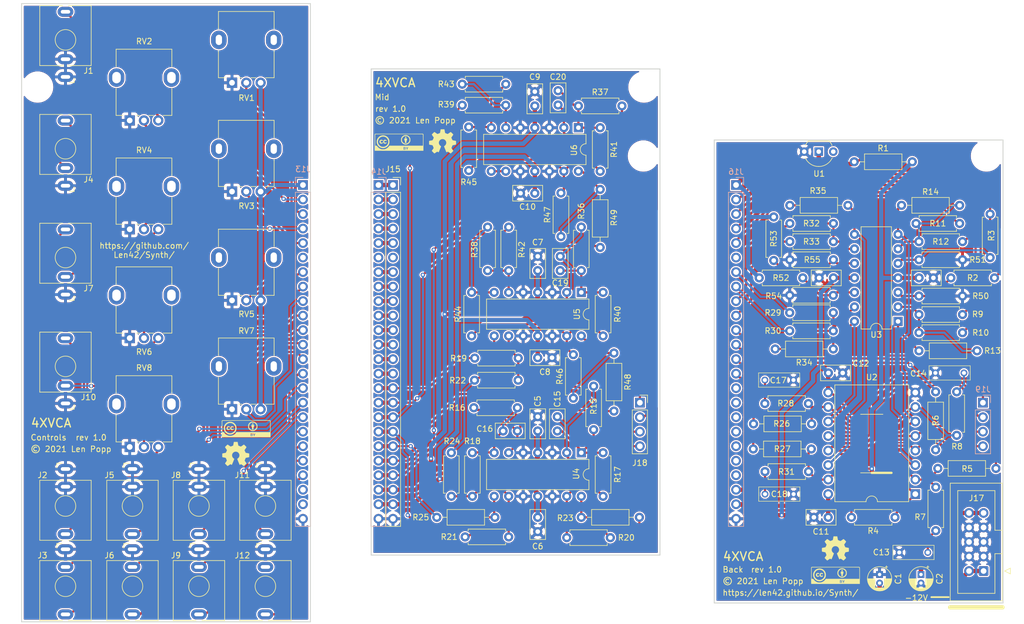
<source format=kicad_pcb>
(kicad_pcb (version 20211014) (generator pcbnew)
  (title_block (title "Eurorack 4XVCA Module") (date "2021-12-24") (rev "1.0") (company "Len Popp") (comment 1 "Copyright © 2021 Len Popp CC BY") (comment 2 "Board settings comply with requirements of OSH Park https://oshpark.com/") (comment 3 "Eurorack quad exponential VCA module - 10HP"))
  (layers (0 "F.Cu" signal) (31 "B.Cu" signal) (36 "B.SilkS" user "B.Silkscreen") (37 "F.SilkS" user "F.Silkscreen") (38 "B.Mask" user) (39 "F.Mask" user) (44 "Edge.Cuts" user))
  (net 0 "")
  (net 1 "+12V")
  (net 2 "GND")
  (net 3 "-12V")
  (net 4 "OUT-1")
  (net 5 "OUT-2")
  (net 6 "Net-(J1-PadT)")
  (net 7 "IN-1")
  (net 8 "OUT-1-NORMAL")
  (net 9 "IN-2")
  (net 10 "OUT-2-NORMAL")
  (net 11 "Net-(J10-PadTN)")
  (net 12 "IN-CV-2")
  (net 13 "IN-3")
  (net 14 "OUT-3")
  (net 15 "OUT-3-NORMAL")
  (net 16 "Net-(J10-PadT)")
  (net 17 "IN-4")
  (net 18 "OUT-4")
  (net 20 "LEVEL-1")
  (net 21 "CV-ATTEN-1")
  (net 22 "LEVEL-2")
  (net 23 "CV-ATTEN-2")
  (net 24 "LEVEL-3")
  (net 25 "CV-ATTEN-3")
  (net 26 "LEVEL-4")
  (net 27 "CV-ATTEN-4")
  (net 28 "Net-(C13-Pad1)")
  (net 29 "Net-(C14-Pad1)")
  (net 30 "Net-(C15-Pad1)")
  (net 31 "Net-(C16-Pad1)")
  (net 32 "Net-(C17-Pad1)")
  (net 33 "Net-(C18-Pad1)")
  (net 34 "Net-(C19-Pad1)")
  (net 35 "Net-(C20-Pad1)")
  (net 36 "+5VREF")
  (net 37 "Net-(R2-Pad2)")
  (net 38 "Net-(R5-Pad1)")
  (net 39 "Net-(R6-Pad1)")
  (net 40 "Net-(R10-Pad1)")
  (net 41 "Net-(R14-Pad1)")
  (net 42 "Net-(R18-Pad1)")
  (net 43 "Net-(R19-Pad1)")
  (net 44 "Net-(R20-Pad1)")
  (net 45 "Net-(R21-Pad1)")
  (net 46 "Net-(R22-Pad1)")
  (net 47 "Net-(R27-Pad1)")
  (net 48 "Net-(R35-Pad1)")
  (net 49 "Net-(R39-Pad1)")
  (net 50 "Net-(R40-Pad1)")
  (net 51 "Net-(R41-Pad1)")
  (net 52 "Net-(R42-Pad1)")
  (net 53 "Net-(R43-Pad1)")
  (net 54 "Net-(R47-Pad1)")
  (net 55 "Net-(R4-Pad1)")
  (net 56 "Net-(R11-Pad1)")
  (net 57 "Net-(R13-Pad1)")
  (net 58 "Net-(R17-Pad1)")
  (net 59 "Net-(R26-Pad1)")
  (net 60 "Net-(R29-Pad1)")
  (net 61 "Net-(R32-Pad1)")
  (net 62 "Net-(R34-Pad1)")
  (net 63 "Net-(R38-Pad1)")
  (net 64 "Net-(R46-Pad1)")
  (net 65 "SSI2164-OUT-1")
  (net 66 "SSI2164-OUT-2")
  (net 67 "SSI2164-OUT-3")
  (net 68 "SSI2164-OUT-4")
  (net 69 "Net-(U6-Pad8)")
  (net 81 "Net-(R3-Pad2)")
  (net 82 "Net-(R52-Pad2)")
  (net 83 "Net-(R53-Pad2)")
  (footprint "-lmp-synth:Jack_3.5mm_QingPu_WQP-PJ398SM_Vertical" (layer "F.Cu") (at 98 49.657 180)
    (fp_text reference "J1")
    (fp_text value "WQP-PJ398")
  )
  (footprint "-lmp-synth:Potentiometer_SongHuei_Single_Vertical" (layer "F.Cu") (at 109.23 57.277 90)
    (fp_text reference "RV2")
    (fp_text value "100K")
  )
  (footprint "-lmp-synth:Potentiometer_SongHuei_Single_Vertical" (layer "F.Cu") (at 109.23 76.327 90)
    (fp_text reference "RV4")
    (fp_text value "100K")
  )
  (footprint "-lmp-synth:Potentiometer_SongHuei_Single_Vertical" (layer "F.Cu") (at 109.23 95.377 90)
    (fp_text reference "RV6")
    (fp_text value "100K")
  )
  (footprint "-lmp-synth:Potentiometer_SongHuei_Single_Vertical" (layer "F.Cu") (at 109.23 114.427 90)
    (fp_text reference "RV8")
    (fp_text value "100K")
  )
  (footprint "-lmp-synth:Potentiometer_Alpha_RD901F-40-00D_Single_Vertical" (layer "F.Cu") (at 127.125 50.677 90)
    (fp_text reference "RV1")
    (fp_text value "100K")
  )
  (footprint "-lmp-synth:Potentiometer_Alpha_RD901F-40-00D_Single_Vertical" (layer "F.Cu") (at 127.125 88.777 90)
    (fp_text reference "RV5")
    (fp_text value "100K")
  )
  (footprint "-lmp-synth:Jack_3.5mm_QingPu_WQP-PJ398SM_Vertical" (layer "F.Cu") (at 98 118.2878)
    (fp_text reference "J2")
    (fp_text value "WQP-PJ398")
  )
  (footprint "-lmp-synth:Potentiometer_Alpha_RD901F-40-00D_Single_Vertical" (layer "F.Cu") (at 127.125 107.827 90)
    (fp_text reference "RV7")
    (fp_text value "100K")
  )
  (footprint "-lmp-misc:Logo_OSHW" (layer "F.Cu") (at 127.7874 115.6716)
    (fp_text reference "G4" hide)
    (fp_text value "Logo_OSHW" hide)
  )
  (footprint "-lmp-synth:Jack_3.5mm_QingPu_WQP-PJ398SM_Vertical" (layer "F.Cu") (at 98 132.334)
    (fp_text reference "J3")
    (fp_text value "WQP-PJ398")
  )
  (footprint "-lmp-synth:Jack_3.5mm_QingPu_WQP-PJ398SM_Vertical" (layer "F.Cu") (at 109.7175 118.2878)
    (fp_text reference "J5")
    (fp_text value "WQP-PJ398")
  )
  (footprint "-lmp-synth:Jack_3.5mm_QingPu_WQP-PJ398SM_Vertical" (layer "F.Cu") (at 121.3425 132.334)
    (fp_text reference "J9")
    (fp_text value "WQP-PJ398")
  )
  (footprint "-lmp-synth:Jack_3.5mm_QingPu_WQP-PJ398SM_Vertical" (layer "F.Cu") (at 98 106.807 180)
    (fp_text reference "J10")
    (fp_text value "WQP-PJ398")
  )
  (footprint "-lmp-synth:Jack_3.5mm_QingPu_WQP-PJ398SM_Vertical" (layer "F.Cu") (at 132.9675 118.2878)
    (fp_text reference "J11")
    (fp_text value "WQP-PJ398")
  )
  (footprint "-lmp-synth:Jack_3.5mm_QingPu_WQP-PJ398SM_Vertical" (layer "F.Cu") (at 132.9675 132.334)
    (fp_text reference "J12")
    (fp_text value "WQP-PJ398")
  )
  (footprint "Connector_PinSocket_2.54mm:PinSocket_1x24_P2.54mm_Vertical" (layer "F.Cu") (at 155.28 68.58)
    (fp_text reference "J15")
    (fp_text value "Conn_Socket_24")
  )
  (footprint "-lmp-misc:Logo_CC_BY" (layer "F.Cu") (at 129.5908 111.2266)
    (fp_text reference "G2" hide)
    (fp_text value "Logo_CC_BY" hide)
  )
  (footprint "-lmp-misc:C_Rect_Kemet_L7.2mm_W2.5mm_P5mm" (layer "F.Cu") (at 248.8184 132.8928 180)
    (fp_text reference "C13")
    (fp_text value "1N2" hide)
  )
  (footprint "-lmp-misc:C_Rect_Kemet_L7.2mm_W2.5mm_P5mm" (layer "F.Cu") (at 255.143 101.473 180)
    (fp_text reference "C14")
    (fp_text value "1N2" hide)
  )
  (footprint "-lmp-misc:C_Rect_Kemet_L7.2mm_W2.5mm_P5mm" (layer "F.Cu") (at 220.3196 102.7176)
    (fp_text reference "C17")
    (fp_text value "1N2" hide)
  )
  (footprint "-lmp-misc:C_Rect_Kemet_L7.2mm_W2.5mm_P5mm" (layer "F.Cu") (at 220.345 122.682)
    (fp_text reference "C18")
    (fp_text value "1N2" hide)
  )
  (footprint "-lmp-misc:C_Disc_D5.0mm_W2.5mm_P2.50mm" (layer "F.Cu") (at 184.15 52.07 -90)
    (fp_text reference "C20")
    (fp_text value "100P")
  )
  (footprint "-lmp-misc:R_Axial_DIN0207_L6.3mm_D2.5mm_P10.16mm_Horizontal" (layer "F.Cu") (at 250.571 118.1862)
    (fp_text reference "R5")
    (fp_text value "49K9")
  )
  (footprint "-lmp-misc:R_Axial_DIN0207_L6.3mm_D2.5mm_P10.16mm_Horizontal" (layer "F.Cu") (at 250.19 114.935 90)
    (fp_text reference "R6")
    (fp_text value "49K9")
  )
  (footprint "-lmp-misc:R_Axial_DIN0207_L6.3mm_D2.5mm_P7.62mm_Horizontal" (layer "F.Cu") (at 250.2154 121.4628 -90)
    (fp_text reference "R7")
    (fp_text value "220R")
  )
  (footprint "-lmp-misc:R_Axial_DIN0207_L6.3mm_D2.5mm_P7.62mm_Horizontal" (layer "F.Cu") (at 253.873 112.395 90)
    (fp_text reference "R8")
    (fp_text value "220R")
  )
  (footprint "-lmp-misc:R_Axial_DIN0207_L6.3mm_D2.5mm_P7.62mm_Horizontal" (layer "F.Cu") (at 247.269 91.2495)
    (fp_text reference "R9")
    (fp_text value "75K")
  )
  (footprint "-lmp-misc:R_Axial_DIN0207_L6.3mm_D2.5mm_P7.62mm_Horizontal" (layer "F.Cu") (at 247.269 94.4245)
    (fp_text reference "R10")
    (fp_text value "150K")
  )
  (footprint "-lmp-misc:R_Axial_DIN0207_L6.3mm_D2.5mm_P7.62mm_Horizontal" (layer "F.Cu") (at 246.761 75.311)
    (fp_text reference "R11")
    (fp_text value "75K")
  )
  (footprint "-lmp-misc:R_Axial_DIN0207_L6.3mm_D2.5mm_P7.62mm_Horizontal" (layer "F.Cu") (at 247.269 78.486)
    (fp_text reference "R12")
    (fp_text value "150K")
  )
  (footprint "-lmp-misc:R_Axial_DIN0207_L6.3mm_D2.5mm_P10.16mm_Horizontal" (layer "F.Cu") (at 247.269 97.5995)
    (fp_text reference "R13")
    (fp_text value "60K1")
  )
  (footprint "-lmp-misc:R_Axial_DIN0207_L6.3mm_D2.5mm_P10.16mm_Horizontal" (layer "F.Cu") (at 244.221 72.136)
    (fp_text reference "R14")
    (fp_text value "60K1")
  )
  (footprint "-lmp-misc:R_Axial_DIN0207_L6.3mm_D2.5mm_P10.16mm_Horizontal" (layer "F.Cu") (at 228.4476 114.7826 180)
    (fp_text reference "R27")
    (fp_text value "49K9")
  )
  (footprint "-lmp-misc:R_Axial_DIN0207_L6.3mm_D2.5mm_P7.62mm_Horizontal" (layer "F.Cu") (at 227.9396 106.8324 180)
    (fp_text reference "R28")
    (fp_text value "220R")
  )
  (footprint "-lmp-misc:R_Axial_DIN0207_L6.3mm_D2.5mm_P7.62mm_Horizontal" (layer "F.Cu") (at 232.283 90.932 180)
    (fp_text reference "R29")
    (fp_text value "75K")
  )
  (footprint "-lmp-misc:R_Axial_DIN0207_L6.3mm_D2.5mm_P7.62mm_Horizontal" (layer "F.Cu") (at 232.283 94.107 180)
    (fp_text reference "R30")
    (fp_text value "150K")
  )
  (footprint "-lmp-misc:R_Axial_DIN0207_L6.3mm_D2.5mm_P7.62mm_Horizontal" (layer "F.Cu") (at 227.965 118.745 180)
    (fp_text reference "R31")
    (fp_text value "220R")
  )
  (footprint "-lmp-misc:R_Axial_DIN0207_L6.3mm_D2.5mm_P7.62mm_Horizontal" (layer "F.Cu") (at 232.3084 75.311 180)
    (fp_text reference "R32")
    (fp_text value "75K")
  )
  (footprint "-lmp-misc:R_Axial_DIN0207_L6.3mm_D2.5mm_P7.62mm_Horizontal" (layer "F.Cu") (at 232.3084 78.486 180)
    (fp_text reference "R33")
    (fp_text value "150K")
  )
  (footprint "-lmp-misc:R_Axial_DIN0207_L6.3mm_D2.5mm_P10.16mm_Horizontal" (layer "F.Cu") (at 232.283 97.282 180)
    (fp_text reference "R34")
    (fp_text value "60K1")
  )
  (footprint "-lmp-misc:R_Axial_DIN0207_L6.3mm_D2.5mm_P10.16mm_Horizontal" (layer "F.Cu") (at 234.8484 72.136 180)
    (fp_text reference "R35")
    (fp_text value "60K1")
  )
  (footprint "-lmp-misc:R_Axial_DIN0207_L6.3mm_D2.5mm_P7.62mm_Horizontal" (layer "F.Cu") (at 187.706 54.737)
    (fp_text reference "R37")
    (fp_text value "20K")
  )
  (footprint "-lmp-misc:R_Axial_DIN0207_L6.3mm_D2.5mm_P7.62mm_Horizontal" (layer "F.Cu") (at 175.514 83.566 90)
    (fp_text reference "R38")
    (fp_text value "47K")
  )
  (footprint "-lmp-misc:R_Axial_DIN0207_L6.3mm_D2.5mm_P7.62mm_Horizontal" (layer "F.Cu") (at 175.006 54.61 180)
    (fp_text reference "R39")
    (fp_text value "47K")
  )
  (footprint "-lmp-misc:R_Axial_DIN0207_L6.3mm_D2.5mm_P7.62mm_Horizontal" (layer "F.Cu") (at 191.516 66.167 90)
    (fp_text reference "R41")
    (fp_text value "47K")
  )
  (footprint "-lmp-misc:R_Axial_DIN0207_L6.3mm_D2.5mm_P7.62mm_Horizontal" (layer "F.Cu") (at 175.006 50.927 180)
    (fp_text reference "R43")
    (fp_text value "47K")
  )
  (footprint "-lmp-misc:R_Axial_DIN0207_L6.3mm_D2.5mm_P7.62mm_Horizontal" (layer "F.Cu") (at 168.529 66.04 90)
    (fp_text reference "R45")
    (fp_text value "47K")
  )
  (footprint "-lmp-misc:R_Axial_DIN0207_L6.3mm_D2.5mm_P7.62mm_Horizontal" (layer "F.Cu") (at 184.658 77.597 90)
    (fp_text reference "R47")
    (fp_text value "47K")
  )
  (footprint "-lmp-misc:R_Axial_DIN0207_L6.3mm_D2.5mm_P10.16mm_Horizontal" (layer "F.Cu") (at 191.516 79.502 90)
    (fp_text reference "R49")
    (fp_text value "1K")
  )
  (footprint "Package_DIP:DIP-14_W7.62mm" (layer "F.Cu") (at 243.6114 92.456 180)
    (fp_text reference "U3")
    (fp_text value "TL074")
  )
  (footprint "-lmp-misc:CP_Radial_D4.0mm_P1.50mm" (layer "F.Cu") (at 240.3856 136.7536 -90)
    (fp_text reference "C1")
    (fp_text value "10U")
  )
  (footprint "-lmp-misc:CP_Radial_D4.0mm_P1.50mm" (layer "F.Cu") (at 247.6246 136.7536 -90)
    (fp_text reference "C2")
    (fp_text value "10U")
  )
  (footprint "-lmp-misc:C_Disc_D5.0mm_W2.5mm_P2.50mm" (layer "F.Cu") (at 247.2944 84.836)
    (fp_text reference "C3" hide)
    (fp_text value "100N")
  )
  (footprint "-lmp-misc:C_Disc_D5.0mm_W2.5mm_P2.50mm" (layer "F.Cu") (at 229.8084 84.836)
    (fp_text reference "C4" hide)
    (fp_text value "100N")
  )
  (footprint "-lmp-misc:C_Disc_D5.0mm_W2.5mm_P2.50mm" (layer "F.Cu") (at 180.086 54.737 90)
    (fp_text reference "C9")
    (fp_text value "100N")
  )
  (footprint "-lmp-misc:C_Disc_D5.0mm_W2.5mm_P2.50mm" (layer "F.Cu") (at 177.586 70.017)
    (fp_text reference "C10")
    (fp_text value "100N")
  )
  (footprint "-lmp-misc:C_Disc_D5.0mm_W2.5mm_P2.50mm" (layer "F.Cu") (at 233.934 101.473 180)
    (fp_text reference "C12")
    (fp_text value "100N")
  )
  (footprint "-lmp-holes:MountingHole_PCB_3.2mm_M3" (layer "F.Cu") (at 93.124 51.435)
    (fp_text reference "H2" hide)
    (fp_text value "MountingHole_M3")
  )
  (footprint "-lmp-holes:MountingHole_PCB_3.2mm_M3" (layer "F.Cu") (at 199.079993 63.5)
    (fp_text reference "H7" hide)
    (fp_text value "MountingHole_M3")
  )
  (footprint "-lmp-synth:Jack_3.5mm_QingPu_WQP-PJ398SM_Vertical" (layer "F.Cu") (at 98 68.707 180)
    (fp_text reference "J4")
    (fp_text value "WQP-PJ398")
  )
  (footprint "-lmp-synth:Jack_3.5mm_QingPu_WQP-PJ398SM_Vertical" (layer "F.Cu") (at 109.7175 132.334)
    (fp_text reference "J6")
    (fp_text value "WQP-PJ398")
  )
  (footprint "-lmp-synth:Jack_3.5mm_QingPu_WQP-PJ398SM_Vertical" (layer "F.Cu") (at 121.3425 118.2878)
    (fp_text reference "J8")
    (fp_text value "WQP-PJ398")
  )
  (footprint "-lmp-synth:IDC-Header-Eurorack-10-TH" (layer "F.Cu") (at 258.572 136.144 180)
    (fp_text reference "J17")
    (fp_text value "Conn_Eurorack_10")
  )
  (footprint "-lmp-misc:R_Axial_DIN0207_L6.3mm_D2.5mm_P10.16mm_Horizontal" (layer "F.Cu") (at 235.9406 64.516)
    (fp_text reference "R1")
    (fp_text value "1K")
  )
  (footprint "-lmp-misc:R_Axial_DIN0207_L6.3mm_D2.5mm_P7.62mm_Horizontal" (layer "F.Cu") (at 243.078 126.746 180)
    (fp_text reference "R4")
    (fp_text value "12K")
  )
  (footprint "-lmp-synth:Potentiometer_Alpha_RD901F-40-00D_Single_Vertical" (layer "F.Cu") (at 127.125 69.727 90)
    (fp_text reference "RV3")
    (fp_text value "100K")
  )
  (footprint "-lmp-misc:TO-92-2_Wide" (layer "F.Cu") (at 232.283 62.738 180)
    (fp_text reference "U1")
    (fp_text value "LM4040")
  )
  (footprint "Package_DIP:DIP-14_W7.62mm" (layer "F.Cu") (at 187.706 58.547 -90)
    (fp_text reference "U6")
    (fp_text value "TL074")
  )
  (footprint "-lmp-misc:R_Axial_DIN0207_L6.3mm_D2.5mm_P7.62mm_Horizontal" (layer "F.Cu") (at 171.831 75.946 -90)
    (fp_text reference "R42")
    (fp_text value "47K")
  )
  (footprint "-lmp-synth:Jack_3.5mm_QingPu_WQP-PJ398SM_Vertical" (layer "F.Cu") (at 98 87.757 180)
    (fp_text reference "J7")
    (fp_text value "WQP-PJ398")
  )
  (footprint "-lmp-misc:C_Disc_D5.0mm_W2.5mm_P2.50mm" (layer "F.Cu") (at 231.394 126.746 180)
    (fp_text reference "C11")
    (fp_text value "100N")
  )
  (footprint "-lmp-breakout:Breakout_DIP-SOIC-16_W15.24mm" (layer "F.Cu") (at 246.634 122.682 180)
    (fp_text reference "U2")
    (fp_text value "SSI2164")
  )
  (footprint "-lmp-misc:R_Axial_DIN0207_L6.3mm_D2.5mm_P10.16mm_Horizontal" (layer "F.Cu") (at 228.4984 110.3884 180)
    (fp_text reference "R26")
    (fp_text value "49K9")
  )
  (footprint "-lmp-misc:R_Axial_DIN0207_L6.3mm_D2.5mm_P7.62mm_Horizontal" (layer "F.Cu") (at 193.294 130.302 180)
    (fp_text reference "R20")
    (fp_text value "47K")
  )
  (footprint "-lmp-misc:R_Axial_DIN0207_L6.3mm_D2.5mm_P10.16mm_Horizontal" (layer "F.Cu") (at 162.941 126.746)
    (fp_text reference "R25")
    (fp_text value "1K")
  )
  (footprint "-lmp-misc:R_Axial_DIN0207_L6.3mm_D2.5mm_P7.62mm_Horizontal" (layer "F.Cu") (at 167.894 130.175)
    (fp_text reference "R21")
    (fp_text value "47K")
  )
  (footprint "-lmp-misc:R_Axial_DIN0207_L6.3mm_D2.5mm_P7.62mm_Horizontal" (layer "F.Cu") (at 165.481 123.063 90)
    (fp_text reference "R24")
    (fp_text value "47K")
  )
  (footprint "-lmp-misc:R_Axial_DIN0207_L6.3mm_D2.5mm_P10.16mm_Horizontal" (layer "F.Cu") (at 198.374 126.746 180)
    (fp_text reference "R23")
    (fp_text value "1K")
  )
  (footprint "-lmp-misc:R_Axial_DIN0207_L6.3mm_D2.5mm_P7.62mm_Horizontal" (layer "F.Cu") (at 192.024 123.063 90)
    (fp_text reference "R17")
    (fp_text value "47K")
  )
  (footprint "-lmp-misc:R_Axial_DIN0207_L6.3mm_D2.5mm_P7.62mm_Horizontal" (layer "F.Cu") (at 169.164 123.063 90)
    (fp_text reference "R18")
    (fp_text value "47K")
  )
  (footprint "-lmp-misc:C_Disc_D5.0mm_W2.5mm_P2.50mm" (layer "F.Cu") (at 184.023 111.633 90)
    (fp_text reference "C15")
    (fp_text value "100P")
  )
  (footprint "-lmp-misc:C_Disc_D5.0mm_W2.5mm_P2.50mm" (layer "F.Cu") (at 174.538 111.633)
    (fp_text reference "C16")
    (fp_text value "100P")
  )
  (footprint "-lmp-misc:R_Axial_DIN0207_L6.3mm_D2.5mm_P7.62mm_Horizontal" (layer "F.Cu") (at 190.373 111.4044 90)
    (fp_text reference "R15")
    (fp_text value "20K")
  )
  (footprint "-lmp-misc:R_Axial_DIN0207_L6.3mm_D2.5mm_P7.62mm_Horizontal" (layer "F.Cu") (at 177.038 107.569 180)
    (fp_text reference "R16")
    (fp_text value "20K")
  )
  (footprint "-lmp-misc:C_Disc_D5.0mm_W2.5mm_P2.50mm" (layer "F.Cu") (at 180.594 129.246 90)
    (fp_text reference "C6")
    (fp_text value "100N")
  )
  (footprint "-lmp-misc:C_Disc_D5.0mm_W2.5mm_P2.50mm" (layer "F.Cu") (at 180.594 111.633 90)
    (fp_text reference "C5")
    (fp_text value "100N")
  )
  (footprint "Package_DIP:DIP-14_W7.62mm" (layer "F.Cu") (at 188.214 115.443 -90)
    (fp_text reference "U4")
    (fp_text value "TL074")
  )
  (footprint "-lmp-misc:R_Axial_DIN0207_L6.3mm_D2.5mm_P7.62mm_Horizontal" (layer "F.Cu") (at 177.1904 98.8822 180)
    (fp_text reference "R19")
    (fp_text value "47K")
  )
  (footprint "-lmp-misc:R_Axial_DIN0207_L6.3mm_D2.5mm_P7.62mm_Horizontal" (layer "F.Cu") (at 169.545 102.743)
    (fp_text reference "R22")
    (fp_text value "47K")
  )
  (footprint "-lmp-misc:C_Disc_D5.0mm_W2.5mm_P2.50mm" (layer "F.Cu") (at 184.531 83.566 90)
    (fp_text reference "C19")
    (fp_text value "100P")
  )
  (footprint "-lmp-misc:C_Disc_D5.0mm_W2.5mm_P2.50mm" (layer "F.Cu") (at 180.594 83.566 90)
    (fp_text reference "C7")
    (fp_text value "100N")
  )
  (footprint "-lmp-misc:C_Disc_D5.0mm_W2.5mm_P2.50mm" (layer "F.Cu") (at 183.094 98.806 180)
    (fp_text reference "C8")
    (fp_text value "100N")
  )
  (footprint "-lmp-misc:R_Axial_DIN0207_L6.3mm_D2.5mm_P7.62mm_Horizontal" (layer "F.Cu") (at 169.037 94.996 90)
    (fp_text reference "R44")
    (fp_text value "47K")
  )
  (footprint "-lmp-misc:R_Axial_DIN0207_L6.3mm_D2.5mm_P10.16mm_Horizontal" (layer "F.Cu") (at 193.929 108.1532 90)
    (fp_text reference "R48")
    (fp_text value "1K")
  )
  (footprint "-lmp-misc:R_Axial_DIN0207_L6.3mm_D2.5mm_P7.62mm_Horizontal" (layer "F.Cu") (at 188.214 83.566 90)
    (fp_text reference "R36")
    (fp_text value "20K")
  )
  (footprint "-lmp-misc:R_Axial_DIN0207_L6.3mm_D2.5mm_P7.62mm_Horizontal" (layer "F.Cu") (at 186.817 105.8926 90)
    (fp_text reference "R46")
    (fp_text value "47K")
  )
  (footprint "-lmp-misc:R_Axial_DIN0207_L6.3mm_D2.5mm_P7.62mm_Horizontal" (layer "F.Cu") (at 192.024 94.996 90)
    (fp_text reference "R40")
    (fp_text value "47K")
  )
  (footprint "Package_DIP:DIP-14_W7.62mm" (layer "F.Cu") (at 188.214 87.376 -90)
    (fp_text reference "U5")
    (fp_text value "TL074")
  )
  (footprint "-lmp-misc:Logo_CC_BY" (layer "F.Cu") (at 232.664 136.906)
    (fp_text reference "G2" hide)
    (fp_text value "Logo_CC_BY" hide)
  )
  (footprint "-lmp-misc:Logo_OSHW" (layer "F.Cu") (at 232.664 132.207)
    (fp_text reference "G4" hide)
    (fp_text value "Logo_OSHW" hide)
  )
  (footprint "-lmp-misc:Logo_OSHW" (layer "F.Cu") (at 163.957 60.96)
    (fp_text reference "G4" hide)
    (fp_text value "Logo_OSHW" hide)
  )
  (footprint "-lmp-misc:Logo_CC_BY" (layer "F.Cu") (at 156.337 61.087)
    (fp_text reference "G2" hide)
    (fp_text value "Logo_CC_BY" hide)
  )
  (footprint "-lmp-holes:MountingHole_PCB_3.2mm_M3" (layer "F.Cu") (at 259.08 63.5)
    (fp_text reference "H9" hide)
    (fp_text value "MountingHole_M3")
  )
  (footprint "-lmp-holes:MountingHole_PCB_3.2mm_M3" (layer "F.Cu") (at 199.176 51.435)
    (fp_text reference "H4" hide)
    (fp_text value "MountingHole_M3")
  )
  (footprint "-lmp-misc:R_Axial_DIN0207_L6.3mm_D2.5mm_P7.62mm_Horizontal" (layer "F.Cu") (at 247.269 88.011)
    (fp_text reference "R50")
    (fp_text value "11K")
  )
  (footprint "Connector_PinSocket_2.54mm:PinSocket_1x04_P2.54mm_Vertical" (layer "F.Cu") (at 198.46 106.68)
    (fp_text reference "J18")
    (fp_text value "Conn_Socket_4")
  )
  (footprint "-lmp-misc:R_Axial_DIN0207_L6.3mm_D2.5mm_P7.62mm_Horizontal" (layer "F.Cu") (at 259.715 73.66 -90)
    (fp_text reference "R3")
    (fp_text value "25K5")
  )
  (footprint "-lmp-misc:R_Axial_DIN0207_L6.3mm_D2.5mm_P7.62mm_Horizontal" (layer "F.Cu") (at 219.329 84.836)
    (fp_text reference "R52")
    (fp_text value "25K5")
  )
  (footprint "-lmp-misc:R_Axial_DIN0207_L6.3mm_D2.5mm_P7.62mm_Horizontal" (layer "F.Cu") (at 232.3084 81.661 180)
    (fp_text reference "R55")
    (fp_text value "11K")
  )
  (footprint "-lmp-misc:R_Axial_DIN0207_L6.3mm_D2.5mm_P7.62mm_Horizontal" (layer "F.Cu") (at 232.283 87.884 180)
    (fp_text reference "R54")
    (fp_text value "11K")
  )
  (footprint "-lmp-misc:R_Axial_DIN0207_L6.3mm_D2.5mm_P7.62mm_Horizontal" (layer "F.Cu") (at 260.477 84.836 180)
    (fp_text reference "R2")
    (fp_text value "25K5")
  )
  (footprint "-lmp-misc:R_Axial_DIN0207_L6.3mm_D2.5mm_P7.62mm_Horizontal" (layer "F.Cu") (at 221.869 74.168 -90)
    (fp_text reference "R53")
    (fp_text value "25K5")
  )
  (footprint "-lmp-misc:R_Axial_DIN0207_L6.3mm_D2.5mm_P7.62mm_Horizontal" (layer "F.Cu") (at 247.269 81.661)
    (fp_text reference "R51")
    (fp_text value "11K")
  )
  (footprint "Connector_PinHeader_2.54mm:PinHeader_1x24_P2.54mm_Vertical" (layer "B.Cu") (at 215.28 68.58 180)
    (fp_text reference "J16")
    (fp_text value "Conn_Header_24")
  )
  (footprint "Connector_PinSocket_2.54mm:PinSocket_1x24_P2.54mm_Vertical" (layer "B.Cu") (at 139.536 68.58 180)
    (fp_text reference "J13")
    (fp_text value "Conn_Socket_24")
  )
  (footprint "Connector_PinHeader_2.54mm:PinHeader_1x24_P2.54mm_Vertical" (layer "B.Cu") (at 152.74 68.58 180)
    (fp_text reference "J14")
    (fp_text value "Conn_Header_24")
  )
  (footprint "Connector_PinHeader_2.54mm:PinHeader_1x04_P2.54mm_Vertical" (layer "B.Cu") (at 258.46 106.68 180)
    (fp_text reference "J19")
    (fp_text value "Conn_Header_4")
  )
  (gr_line (start 252.4661 140.716) (end 249.4379 140.716) (layer "F.SilkS") (width 0.3048))
  (gr_line (start 151.470004 133.35) (end 151.470004 48.26) (layer "Edge.Cuts") (width 0.1524))
  (gr_line (start 151.470004 48.26) (end 201.970005 48.26) (layer "Edge.Cuts") (width 0.1524))
  (gr_line (start 140.829995 36.83) (end 140.829995 145.034) (layer "Edge.Cuts") (width 0.1524))
  (gr_line (start 140.829995 145.034) (end 90.329995 145.034) (layer "Edge.Cuts") (width 0.1524))
  (gr_line (start 90.329995 36.83) (end 140.829995 36.83) (layer "Edge.Cuts") (width 0.1524))
  (gr_line (start 201.970005 133.35) (end 151.470004 133.35) (layer "Edge.Cuts") (width 0.1524))
  (gr_line (start 201.970005 48.26) (end 201.970005 133.35) (layer "Edge.Cuts") (width 0.1524))
  (gr_line (start 261.970012 141.732) (end 211.470011 141.732) (layer "Edge.Cuts") (width 0.1524))
  (gr_line (start 261.970012 60.706) (end 261.970012 141.732) (layer "Edge.Cuts") (width 0.1524))
  (gr_line (start 211.470011 60.706) (end 261.970012 60.706) (layer "Edge.Cuts") (width 0.1524))
  (gr_line (start 211.470011 141.732) (end 211.470011 60.706) (layer "Edge.Cuts") (width 0.1524))
  (gr_line (start 90.329995 145.034) (end 90.329995 36.83) (layer "Edge.Cuts") (width 0.1524))
  (gr_text "© 2021 Len Popp" (at 152.019 57.277) (layer "F.SilkS") (effects (font (size 1 1)) (justify left)))
  (gr_text "4XVCA" (at 152.019 50.673) (layer "F.SilkS") (effects (font (size 1.524 1.524) (thickness 0.2286)) (justify left)))
  (gr_text "-12V" (at 248.92 140.843) (layer "F.SilkS") (effects (font (size 1 1)) (justify right)))
  (gr_text "4XVCA" (at 212.852 133.604) (layer "F.SilkS") (effects (font (size 1.524 1.524) (thickness 0.2286)) (justify left)))
  (gr_text "© 2021 Len Popp" (at 212.852 137.922) (layer "F.SilkS") (effects (font (size 1 1)) (justify left)))
  (gr_text "rev 1.0" (at 217.805 135.89) (layer "F.SilkS") (effects (font (size 1 1)) (justify left)))
  (gr_text "Mid" (at 152.019 53.213) (layer "F.SilkS") (effects (font (size 1 1)) (justify left)))
  (gr_text "© 2021 Len Popp" (at 91.821 114.808) (layer "F.SilkS") (effects (font (size 1 1)) (justify left)))
  (gr_text "rev 1.0" (at 99.695 112.776) (layer "F.SilkS") (effects (font (size 1 1)) (justify left)))
  (gr_text "4XVCA" (at 91.821 110.236) (layer "F.SilkS") (effects (font (size 1.524 1.524) (thickness 0.2286)) (justify left)))
  (gr_text "https://len42.github.io/Synth/" (at 212.852 139.954) (layer "F.SilkS") (effects (font (size 1 1)) (justify left)))
  (gr_text "rev 1.0" (at 152.0698 55.245) (layer "F.SilkS") (effects (font (size 1 1)) (justify left)))
  (gr_text "Controls" (at 91.821 112.776) (layer "F.SilkS") (effects (font (size 1 1)) (justify left)))
  (gr_text "Back" (at 212.852 135.89) (layer "F.SilkS") (effects (font (size 1 1)) (justify left)))
  (gr_text "https://github.com/\nLen42/Synth/" (at 111.76 80.01) (layer "F.SilkS") (effects (font (size 1 1))))
  (segment (start 239.014 118.237) (end 239.014 131.445) (width 0.762) (layer "F.Cu") (net 1))
  (segment (start 163.068 118.11) (end 159.258 121.92) (width 0.762) (layer "F.Cu") (net 1))
  (segment (start 216.662 121.92) (end 215.28 121.92) (width 0.762) (layer "F.Cu") (net 1))
  (segment (start 239.014 131.445) (end 242.57 135.001) (width 0.762) (layer "F.Cu") (net 1))
  (segment (start 247.6246 136.779) (end 247.6246 135.128) (width 0.762) (layer "F.Cu") (net 1))
  (segment (start 164.3634 91.186) (end 164.374985 91.197585) (width 0.762) (layer "F.Cu") (net 1))
  (segment (start 235.458 126.746) (end 235.458 124.714) (width 0.381) (layer "F.Cu") (net 1))
  (segment (start 159.258 121.92) (end 155.28 121.92) (width 0.762) (layer "F.Cu") (net 1))
  (segment (start 231.394 124.587) (end 231.394 126.746) (width 0.762) (layer "F.Cu") (net 1))
  (segment (start 231.394 122.682) (end 231.394 124.587) (width 0.762) (layer "F.Cu") (net 1))
  (segment (start 236.539 118.222) (end 238.999 118.222) (width 0.381) (layer "F.Cu") (net 1))
  (segment (start 161.925 117.256233) (end 162.778767 118.11) (width 0.762) (layer "F.Cu") (net 1))
  (segment (start 238.999 118.222) (end 239.014 118.237) (width 0.381) (layer "F.Cu") (net 1))
  (segment (start 258.572 125.984) (end 256.032 125.984) (width 0.762) (layer "F.Cu") (net 1))
  (segment (start 177.661415 91.197585) (end 180.594 88.265) (width 0.762) (layer "F.Cu") (net 1))
  (segment (start 180.086 58.547) (end 180.086 54.737) (width 0.762) (layer "F.Cu") (net 1))
  (segment (start 162.778767 118.11) (end 163.068 118.11) (width 0.762) (layer "F.Cu") (net 1))
  (segment (start 249.428 135.001) (end 249.4915 134.9375) (width 0.762) (layer "F.Cu") (net 1))
  (segment (start 161.925 116.459) (end 161.925 117.256233) (width 0.762) (layer "F.Cu") (net 1))
  (segment (start 164.374985 91.197585) (end 177.661415 91.197585) (width 0.762) (layer "F.Cu") (net 1))
  (segment (start 235.458 124.714) (end 238.76 124.714) (width 0.762) (layer "F.Cu") (net 1))
  (segment (start 252.984 127.889) (end 254.889 125.984) (width 0.762) (layer "F.Cu") (net 1))
  (segment (start 178.7144 118.11) (end 180.594 116.2304) (width 0.762) (layer "F.Cu") (net 1))
  (segment (start 180.594 88.265) (end 180.594 87.376) (width 0.762) (layer "F.Cu") (net 1))
  (segment (start 219.456 124.714) (end 216.662 121.92) (width 0.762) (layer "F.Cu") (net 1))
  (segment (start 155.28 121.92) (end 152.74 121.92) (width 0.762) (layer "F.Cu") (net 1))
  (segment (start 163.068 118.11) (end 178.7144 118.11) (width 0.762) (layer "F.Cu") (net 1))
  (segment (start 242.57 135.001) (end 249.428 135.001) (width 0.762) (layer "F.Cu") (net 1))
  (segment (start 252.984 131.445) (end 252.984 127.889) (width 0.762) (layer "F.Cu") (net 1))
  (segment (start 254.889 125.984) (end 256.032 125.984) (width 0.762) (layer "F.Cu") (net 1))
  (segment (start 243.6114 84.836) (end 247.2944 84.836) (width 0.762) (layer "F.Cu") (net 1))
  (segment (start 249.4915 134.9375) (end 252.984 131.445) (width 0.762) (layer "F.Cu") (net 1))
  (segment (start 235.458 124.714) (end 223.901 124.714) (width 0.762) (layer "F.Cu") (net 1))
  (segment (start 223.901 124.714) (end 219.456 124.714) (width 0.762) (layer "F.Cu") (net 1))
  (segment (start 180.594 115.443) (end 180.594 116.2304) (width 0.762) (layer "F.Cu") (net 1))
  (via (at 161.925 116.459) (size 0.762) (drill 0.381) (layers "F.Cu" "B.Cu") (net 1))
  (via (at 239.014 118.237) (size 0.762) (drill 0.381) (layers "F.Cu" "B.Cu") (net 1))
  (via (at 164.338 91.186) (size 0.762) (drill 0.381) (layers "F.Cu" "B.Cu") (net 1))
  (segment (start 180.594 87.376) (end 180.594 83.566) (width 0.762) (layer "B.Cu") (net 1))
  (segment (start 240.665 84.836) (end 240.665 106.299) (width 0.762) (layer "B.Cu") (net 1))
  (segment (start 240.665 106.299) (end 239.014 107.95) (width 0.762) (layer "B.Cu") (net 1))
  (segment (start 161.925 114.0841) (end 164.338 111.6711) (width 0.762) (layer "B.Cu") (net 1))
  (segment (start 239.014 107.95) (end 239.014 118.237) (width 0.762) (layer "B.Cu") (net 1))
  (segment (start 161.925 116.459) (end 161.925 114.0841) (width 0.762) (layer "B.Cu") (net 1))
  (segment (start 178.054 61.341) (end 180.086 59.309) (width 0.762) (layer "B.Cu") (net 1))
  (segment (start 167.64 61.341) (end 178.054 61.341) (width 0.762) (layer "B.Cu") (net 1))
  (segment (start 246.1006 64.516) (end 240.665 69.9516) (width 0.762) (layer "B.Cu") (net 1))
  (segment (start 164.338 111.6711) (end 164.338 91.2114) (width 0.762) (layer "B.Cu") (net 1))
  (segment (start 167.4368 61.341) (end 164.338 64.4398) (width 0.762) (layer "B.Cu") (net 1))
  (segment (start 243.6114 84.836) (end 240.665 84.836) (width 0.762) (layer "B.Cu") (net 1))
  (segment (start 164.338 64.4398) (end 164.338 91.1606) (width 0.762) (layer "B.Cu") (net 1))
  (segment (start 180.594 115.443) (end 180.594 111.633) (width 0.762) (layer "B.Cu") (net 1))
  (segment (start 164.338 91.1606) (end 164.3634 91.186) (width 0.762) (layer "B.Cu") (net 1))
  (segment (start 240.665 84.836) (end 240.665 70.104) (width 0.762) (layer "B.Cu") (net 1))
  (segment (start 164.3634 91.186) (end 164.338 91.2114) (width 0.762) (layer "B.Cu") (net 1))
  (segment (start 240.665 69.9516) (end 240.665 70.104) (width 0.762) (layer "B.Cu") (net 1))
  (segment (start 180.594 98.806) (end 180.594 94.996) (width 0.762) (layer "F.Cu") (net 3))
  (segment (start 232.3084 84.836) (end 235.9914 84.836) (width 0.762) (layer "F.Cu") (net 3))
  (segment (start 163.449 120.015) (end 178.054 120.015) (width 0.762) (layer "F.Cu") (net 3))
  (segment (start 163.449 120.015) (end 163.322 120.015) (width 0.762) (layer "F.Cu") (net 3))
  (segment (start 216.2048 124.46) (end 218.1098 126.365) (width 0.762) (layer "F.Cu") (net 3))
  (segment (start 163.322 120.015) (end 158.877 124.46) (width 0.762) (layer "F.Cu") (net 3))
  (segment (start 240.3856 138.2536) (end 240.3856 140.1826) (width 0.762) (layer "F.Cu") (net 3))
  (segment (start 158.877 124.46) (end 155.28 124.46) (width 0.762) (layer "F.Cu") (net 3))
  (segment (start 231.394 101.513) (end 231.434 101.473) (width 0.762) (layer "F.Cu") (net 3))
  (segment (start 155.28 124.46) (end 152.74 124.46) (width 0.762) (layer "F.Cu") (net 3))
  (segment (start 251.968 140.208) (end 240.411 140.208) (width 0.762) (layer "F.Cu") (net 3))
  (segment (start 223.266 126.365) (end 218.1098 126.365) (width 0.762) (layer "F.Cu") (net 3))
  (segment (start 223.774 126.365) (end 223.266 126.365) (width 0.762) (layer "F.Cu") (net 3))
  (segment (start 235.443 109.332) (end 234.188 108.077) (width 0.381) (layer "F.Cu") (net 3))
  (segment (start 240.411 140.208) (end 237.617 140.208) (width 0.762) (layer "F.Cu") (net 3))
  (segment (start 234.188 107.188) (end 231.902 104.902) (width 0.381) (layer "F.Cu") (net 3))
  (segment (start 236.539 109.332) (end 235.443 109.332) (width 0.381) (layer "F.Cu") (net 3))
  (segment (start 234.188 108.077) (end 234.188 107.188) (width 0.381) (layer "F.Cu") (net 3))
  (segment (start 231.394 104.902) (end 231.394 101.513) (width 0.762) (layer "F.Cu") (net 3))
  (segment (start 216.2048 124.46) (end 215.28 124.46) (width 0.762) (layer "F.Cu") (net 3))
  (segment (start 256.032 136.144) (end 251.968 140.208) (width 0.762) (layer "F.Cu") (net 3))
  (segment (start 180.086 66.167) (end 180.086 70.017) (width 0.762) (layer "F.Cu") (net 3))
  (segment (start 178.054 120.015) (end 180.594 122.555) (width 0.762) (layer "F.Cu") (net 3))
  (segment (start 237.617 140.208) (end 223.774 126.365) (width 0.762) (layer "F.Cu") (net 3))
  (segment (start 240.3856 140.1826) (end 240.411 140.208) (width 0.762) (layer "F.Cu") (net 3))
  (segment (start 258.572 136.144) (end 256.032 136.144) (width 0.762) (layer "F.Cu") (net 3))
  (via (at 223.266 126.365) (size 0.762) (drill 0.381) (layers "F.Cu" "B.Cu") (net 3))
  (via (at 163.449 120.015) (size 0.762) (drill 0.381) (layers "F.Cu" "B.Cu") (net 3))
  (segment (start 180.594 126.746) (end 180.594 123) (width 0.762) (layer "B.Cu") (net 3))
  (segment (start 166.497 65.024) (end 167.894 63.627) (width 0.762) (layer "B.Cu") (net 3))
  (segment (start 167.894 63.627) (end 178.2445 63.627) (width 0.762) (layer "B.Cu") (net 3))
  (segment (start 223.266 108.4072) (end 228.7651 102.9081) (width 0.762) (layer "B.Cu") (net 3))
  (segment (start 230.0986 100.1376) (end 230.0986 100.2284) (width 0.762) (layer "B.Cu") (net 3))
  (segment (start 178.2445 63.627) (end 180.086 65.4685) (width 0.762) (layer "B.Cu") (net 3))
  (segment (start 180.594 94.107) (end 178.689 92.202) (width 0.762) (layer "B.Cu") (net 3))
  (segment (start 180.594 94.996) (end 180.594 94.107) (width 0.762) (layer "B.Cu") (net 3))
  (segment (start 178.689 92.202) (end 166.497 92.202) (width 0.762) (layer "B.Cu") (net 3))
  (segment (start 230.0986 100.1376) (end 230.0986 87.4522) (width 0.762) (layer "B.Cu") (net 3))
  (segment (start 230.0986 87.4522) (end 232.3084 85.2424) (width 0.762) (layer "B.Cu") (net 3))
  (segment (start 166.497 92.456) (end 166.497 65.024) (width 0.762) (layer "B.Cu") (net 3))
  (segment (start 230.0986 100.2284) (end 228.7651 101.5619) (width 0.762) (layer "B.Cu") (net 3))
  (segment (start 166.497 111.76) (end 163.449 114.808) (width 0.762) (layer "B.Cu") (net 3))
  (segment (start 231.434 101.473) (end 230.0986 100.1376) (width 0.762) (layer "B.Cu") (net 3))
  (segment (start 166.497 92.202) (end 166.497 111.76) (width 0.762) (layer "B.Cu") (net 3))
  (segment (start 223.266 126.365) (end 223.266 108.4072) (width 0.762) (layer "B.Cu") (net 3))
  (segment (start 228.7651 101.5619) (end 228.7651 102.9081) (width 0.762) (layer "B.Cu") (net 3))
  (segment (start 163.449 114.808) (end 163.449 120.015) (width 0.762) (layer "B.Cu") (net 3))
  (segment (start 180.086 65.4685) (end 180.086 65.659) (width 0.762) (layer "B.Cu") (net 3))
  (segment (start 163.449 131.953) (end 194.29837 131.953) (width 0.381) (layer "F.Cu") (net 4))
  (segment (start 194.29837 131.953) (end 198.374 127.87737) (width 0.381) (layer "F.Cu") (net 4))
  (segment (start 155.28 111.76) (end 152.74 111.76) (width 0.762) (layer "F.Cu") (net 4))
  (segment (start 134.112 136.906) (end 135.19149 135.82651) (width 0.381) (layer "F.Cu") (net 4))
  (segment (start 111.101002 141.605) (end 112.047363 140.658639) (width 0.381) (layer "F.Cu") (net 4))
  (segment (start 100.965 141.605) (end 111.101002 141.605) (width 0.381) (layer "F.Cu") (net 4))
  (segment (start 135.19149 114.87151) (end 138.303 111.76) (width 0.381) (layer "F.Cu") (net 4))
  (segment (start 131.445 136.906) (end 134.112 136.906) (width 0.381) (layer "F.Cu") (net 4))
  (segment (start 112.047363 140.658639) (end 127.692361 140.658639) (width 0.381) (layer "F.Cu") (net 4))
  (segment (start 198.374 127.87737) (end 198.374 126.746) (width 0.381) (layer "F.Cu") (net 4))
  (segment (start 138.303 111.76) (end 139.536 111.76) (width 0.381) (layer "F.Cu") (net 4))
  (segment (start 98.836 143.734) (end 100.965 141.605) (width 0.381) (layer "F.Cu") (net 4))
  (segment (start 135.19149 135.82651) (end 135.19149 114.87151) (width 0.381) (layer "F.Cu") (net 4))
  (segment (start 127.692361 140.658639) (end 131.445 136.906) (width 0.381) (layer "F.Cu") (net 4))
  (segment (start 157.861 126.365) (end 163.449 131.953) (width 0.381) (layer "F.Cu") (net 4))
  (via (at 157.861 126.365) (size 0.762) (drill 0.381) (layers "F.Cu" "B.Cu") (net 4))
  (segment (start 157.861 116.205) (end 156.972 115.316) (width 0.381) (layer "B.Cu") (net 4))
  (segment (start 157.861 126.365) (end 157.861 116.205) (width 0.381) (layer "B.Cu") (net 4))
  (segment (start 156.972 115.316) (end 156.972 113.452) (width 0.381) (layer "B.Cu") (net 4))
  (segment (start 156.972 113.452) (end 155.28 111.76) (width 0.381) (layer "B.Cu") (net 4))
  (segment (start 136.144 138.557) (end 136.144 116.967) (width 0.381) (layer "F.Cu") (net 5))
  (segment (start 152.74 114.3) (end 155.28 114.3) (width 0.762) (layer "F.Cu") (net 5))
  (segment (start 138.811 114.3) (end 139.536 114.3) (width 0.381) (layer "F.Cu") (net 5))
  (segment (start 109.7175 143.734) (end 111.028 143.734) (width 0.381) (layer "F.Cu") (net 5))
  (segment (start 133.223 141.478) (end 136.144 138.557) (width 0.381) (layer "F.Cu") (net 5))
  (segment (start 136.144 116.967) (end 138.811 114.3) (width 0.381) (layer "F.Cu") (net 5))
  (segment (start 158.369 114.3) (end 155.28 114.3) (width 0.381) (layer "F.Cu") (net 5))
  (segment (start 113.284 141.478) (end 133.223 141.478) (width 0.381) (layer "F.Cu") (net 5))
  (segment (start 111.028 143.734) (end 113.284 141.478) (width 0.381) (layer "F.Cu") (net 5))
  (via (at 158.369 114.3) (size 0.762) (drill 0.381) (layers "F.Cu" "B.Cu") (net 5))
  (segment (start 159.385 115.316) (end 159.385 123.19) (width 0.381) (layer "B.Cu") (net 5))
  (segment (start 158.369 114.3) (end 159.385 115.316) (width 0.381) (layer "B.Cu") (net 5))
  (segment (start 159.385 123.19) (end 162.941 126.746) (width 0.381) (layer "B.Cu") (net 5))
  (segment (start 111.3155 53.5305) (end 106.1085 53.5305) (width 0.381) (layer "F.Cu") (net 6))
  (segment (start 102.362 42.619) (end 102.362 49.784) (width 0.381) (layer "F.Cu") (net 6))
  (segment (start 113.3475 55.5625) (end 111.3155 53.5305) (width 0.381) (layer "F.Cu") (net 6))
  (segment (start 102.362 49.784) (end 106.1085 53.5305) (width 0.381) (layer "F.Cu") (net 6))
  (segment (start 102.362 49.784) (end 102.108 49.784) (width 0.381) (layer "F.Cu") (net 6))
  (segment (start 95.631 63.238) (end 98 65.607) (width 0.381) (layer "F.Cu") (net 6))
  (segment (start 98 38.257) (end 102.362 42.619) (width 0.381) (layer "F.Cu") (net 6))
  (segment (start 95.631 56.261) (end 95.631 63.238) (width 0.381) (layer "F.Cu") (net 6))
  (segment (start 114.23 57.277) (end 114.23 56.445) (width 0.381) (layer "F.Cu") (net 6))
  (segment (start 114.23 56.445) (end 113.3475 55.5625) (width 0.381) (layer "F.Cu") (net 6))
  (segment (start 102.108 49.784) (end 95.631 56.261) (width 0.381) (layer "F.Cu") (net 6))
  (segment (start 220.233 98.933) (end 215.3308 94.0308) (width 0.381) (layer "F.Cu") (net 7))
  (segment (start 259.588 99.06) (end 246.507 99.06) (width 0.381) (layer "F.Cu") (net 7))
  (segment (start 107.9268 119.761) (end 98 129.6878) (width 0.381) (layer "F.Cu") (net 7))
  (segment (start 246.507 99.06) (end 245.872 98.425) (width 0.381) (layer "F.Cu") (net 7))
  (segment (start 260.731 100.203) (end 259.588 99.06) (width 0.381) (layer "F.Cu") (net 7))
  (segment (start 245.872 98.425) (end 242.062 98.425) (width 0.381) (layer "F.Cu") (net 7))
  (segment (start 118.872 112.268) (end 111.379 119.761) (width 0.381) (layer "F.Cu") (net 7))
  (segment (start 111.379 119.761) (end 107.9268 119.761) (width 0.381) (layer "F.Cu") (net 7))
  (segment (start 139.536 93.98) (end 138.303 93.98) (width 0.381) (layer "F.Cu") (net 7))
  (segment (start 138.303 93.98) (end 137.414 94.869) (width 0.381) (layer "F.Cu") (net 7))
  (segment (start 155.28 93.98) (end 152.74 93.98) (width 0.762) (layer "F.Cu") (net 7))
  (segment (start 125.222 96.52) (end 118.872 102.87) (width 0.381) (layer "F.Cu") (net 7))
  (segment (start 130.048 96.52) (end 125.222 96.52) (width 0.381) (layer "F.Cu") (net 7))
  (segment (start 131.699 94.869) (end 130.048 96.52) (width 0.381) (layer "F.Cu") (net 7))
  (segment (start 242.062 98.425) (end 241.554 98.933) (width 0.381) (layer "F.Cu") (net 7))
  (segment (start 137.414 94.869) (end 131.699 94.869) (width 0.381) (layer "F.Cu") (net 7))
  (segment (start 118.872 102.87) (end 118.872 112.268) (width 0.381) (layer "F.Cu") (net 7))
  (segment (start 241.554 98.933) (end 220.233 98.933) (width 0.381) (layer "F.Cu") (net 7))
  (segment (start 260.731 118.1862) (end 260.731 100.203) (width 0.381) (layer "F.Cu") (net 7))
  (segment (start 152.74 104.14) (end 155.28 104.14) (width 0.762) (layer "F.Cu") (net 8))
  (segment (start 113.792 119.1514) (end 121.412002 111.531398) (width 0.381) (layer "F.Cu") (net 8))
  (segment (start 113.792 124.079) (end 113.792 119.1514) (width 0.381) (layer "F.Cu") (net 8))
  (segment (start 166.7002 98.8822) (end 161.4424 104.14) (width 0.381) (layer "F.Cu") (net 8))
  (segment (start 121.412002 111.531398) (end 121.412002 111.378998) (width 0.381) (layer "F.Cu") (net 8))
  (segment (start 110.49 127.381) (end 113.792 124.079) (width 0.381) (layer "F.Cu") (net 8))
  (segment (start 161.4424 104.14) (end 155.28 104.14) (width 0.381) (layer "F.Cu") (net 8))
  (segment (start 169.5704 98.8822) (end 166.7002 98.8822) (width 0.381) (layer "F.Cu") (net 8))
  (segment (start 106.553 127.381) (end 110.49 127.381) (width 0.381) (layer "F.Cu") (net 8))
  (segment (start 98.5 135.434) (end 106.553 127.381) (width 0.381) (layer "F.Cu") (net 8))
  (via (at 121.412 111.252) (size 0.762) (drill 0.381) (layers "F.Cu" "B.Cu") (net 8))
  (segment (start 133.223 111.252) (end 121.412 111.252) (width 0.381) (layer "B.Cu") (net 8))
  (segment (start 136.398 106.172) (end 136.398 108.077) (width 0.381) (layer "B.Cu") (net 8))
  (segment (start 139.536 104.14) (end 138.43 104.14) (width 0.381) (layer "B.Cu") (net 8))
  (segment (start 136.398 108.077) (end 133.223 111.252) (width 0.381) (layer "B.Cu") (net 8))
  (segment (start 138.43 104.14) (end 136.398 106.172) (width 0.381) (layer "B.Cu") (net 8))
  (segment (start 132.588 96.266) (end 139.282 96.266) (width 0.381) (layer "F.Cu") (net 9))
  (segment (start 245.364 99.695) (end 218.455 99.695) (width 0.381) (layer "F.Cu") (net 9))
  (segment (start 245.364 99.695) (end 245.745 100.076) (width 0.381) (layer "F.Cu") (net 9))
  (segment (start 115.57 119.0244) (end 115.57 124.587) (width 0.381) (layer "F.Cu") (net 9))
  (segment (start 122.809 111.7854) (end 115.57 119.0244) (width 0.381) (layer "F.Cu") (net 9))
  (segment (start 218.455 99.695) (end 215.28 96.52) (width 0.381) (layer "F.Cu") (net 9))
  (segment (start 115.57 124.587) (end 110.4692 129.6878) (width 0.381) (layer "F.Cu") (net 9))
  (segment (start 152.74 96.52) (end 155.28 96.52) (width 0.762) (layer "F.Cu") (net 9))
  (segment (start 122.809 106.045) (end 132.588 96.266) (width 0.381) (layer "F.Cu") (net 9))
  (segment (start 122.809 106.045) (end 122.809 111.7854) (width 0.381) (layer "F.Cu") (net 9))
  (via (at 245.745 100.076) (size 0.762) (drill 0.381) (layers "F.Cu" "B.Cu") (net 9))
  (segment (start 250.19 104.521) (end 250.19 104.775) (width 0.381) (layer "B.Cu") (net 9))
  (segment (start 245.745 100.076) (end 250.19 104.521) (width 0.381) (layer "B.Cu") (net 9))
  (segment (start 117.475 118.745) (end 117.475 128.143) (width 0.381) (layer "F.Cu") (net 10))
  (segment (start 123.063 113.157) (end 117.475 118.745) (width 0.381) (layer "F.Cu") (net 10))
  (segment (start 155.28 106.68) (end 152.74 106.68) (width 0.762) (layer "F.Cu") (net 10))
  (segment (start 158.75 106.68) (end 155.28 106.68) (width 0.381) (layer "F.Cu") (net 10))
  (segment (start 117.475 128.143) (end 110.184 135.434) (width 0.381) (layer "F.Cu") (net 10))
  (segment (start 173.608999 77.851001) (end 175.514 75.946) (width 0.381) (layer "F.Cu") (net 10))
  (segment (start 160.5026 84.3026) (end 160.5534 84.3026) (width 0.381) (layer "F.Cu") (net 10))
  (segment (start 159.512 105.918) (end 158.75 106.68) (width 0.381) (layer "F.Cu") (net 10))
  (segment (start 167.004999 77.851001) (end 173.608999 77.851001) (width 0.381) (layer "F.Cu") (net 10))
  (segment (start 160.5534 84.3026) (end 167.004999 77.851001) (width 0.381) (layer "F.Cu") (net 10))
  (via (at 123.063 113.157) (size 0.762) (drill 0.381) (layers "F.Cu" "B.Cu") (net 10))
  (via (at 160.5026 84.3026) (size 0.762) (drill 0.381) (layers "F.Cu" "B.Cu") (net 10))
  (via (at 159.512 105.918) (size 0.762) (drill 0.381) (layers "F.Cu" "B.Cu") (net 10))
  (segment (start 123.063 113.157) (end 123.825 112.395) (width 0.381) (layer "B.Cu") (net 10))
  (segment (start 159.512 105.918) (end 160.528 104.902) (width 0.381) (layer "B.Cu") (net 10))
  (segment (start 160.5026 84.3026) (end 160.528 84.328) (width 0.381) (layer "B.Cu") (net 10))
  (segment (start 160.528 84.328) (end 160.528 104.902) (width 0.381) (layer "B.Cu") (net 10))
  (segment (start 123.825 112.395) (end 133.858 112.395) (width 0.381) (layer "B.Cu") (net 10))
  (segment (start 133.858 112.395) (end 139.192 107.061) (width 0.381) (layer "B.Cu") (net 10))
  (segment (start 139.192 107.061) (end 139.192 106.68) (width 0.381) (layer "B.Cu") (net 10))
  (segment (start 98 103.707) (end 95.6056 101.3126) (width 0.381) (layer "F.Cu") (net 11))
  (segment (start 114.23 95.377) (end 105.848 103.759) (width 0.381) (layer "F.Cu") (net 11))
  (segment (start 95.6056 78.7514) (end 98 76.357) (width 0.381) (layer "F.Cu") (net 11))
  (segment (start 95.6056 101.3126) (end 95.6056 78.7514) (width 0.381) (layer "F.Cu") (net 11))
  (segment (start 105.848 103.759) (end 102.489 103.759) (width 0.381) (layer "F.Cu") (net 11))
  (via (at 102.489 103.759) (size 0.762) (drill 0.381) (layers "F.Cu" "B.Cu") (net 11))
  (segment (start 102.489 103.759) (end 102.437 103.707) (width 0.381) (layer "B.Cu") (net 11))
  (segment (start 102.437 103.707) (end 98 103.707) (width 0.381) (layer "B.Cu") (net 11))
  (segment (start 100.584 74.676) (end 100.584 59.891) (width 0.381) (layer "F.Cu") (net 12))
  (segment (start 111.817 78.74) (end 114.23 76.327) (width 0.381) (layer "F.Cu") (net 12))
  (segment (start 98.731 84.657) (end 104.648 78.74) (width 0.381) (layer "F.Cu") (net 12))
  (segment (start 100.584 59.891) (end 98 57.307) (width 0.381) (layer "F.Cu") (net 12))
  (segment (start 104.648 78.74) (end 104.775 78.74) (width 0.381) (layer "F.Cu") (net 12))
  (segment (start 104.648 78.74) (end 100.584 74.676) (width 0.381) (layer "F.Cu") (net 12))
  (segment (start 111.817 78.74) (end 104.775 78.74) (width 0.381) (layer "F.Cu") (net 12))
  (segment (start 139.536 98.9145) (end 138.4115 97.79) (width 0.381) (layer "F.Cu") (net 13))
  (segment (start 124.968 105.8545) (end 124.968 126.0623) (width 0.381) (layer "F.Cu") (net 13))
  (segment (start 218.3384 110.3884) (end 218.3384 102.1184) (width 0.381) (layer "F.Cu") (net 13))
  (segment (start 218.3384 102.1184) (end 217.8125 101.5925) (width 0.381) (layer "F.Cu") (net 13))
  (segment (start 155.28 99.06) (end 152.74 99.06) (width 0.762) (layer "F.Cu") (net 13))
  (segment (start 133.0325 97.79) (end 124.968 105.8545) (width 0.381) (layer "F.Cu") (net 13))
  (segment (start 124.968 126.0623) (end 121.3425 129.6878) (width 0.381) (layer "F.Cu") (net 13))
  (segment (start 138.4115 97.79) (end 133.0325 97.79) (width 0.381) (layer "F.Cu") (net 13))
  (segment (start 215.28 99.06) (end 217.8125 101.5925) (width 0.381) (layer "F.Cu") (net 13))
  (segment (start 123.952 142.24) (end 134.3025 142.24) (width 0.381) (layer "F.Cu") (net 14))
  (segment (start 122.458 143.734) (end 123.952 142.24) (width 0.381) (layer "F.Cu") (net 14))
  (segment (start 193.929 108.1532) (end 191.9732 108.1532) (width 0.381) (layer "F.Cu") (net 14))
  (segment (start 187.706 103.886) (end 179.451 103.886) (width 0.381) (layer "F.Cu") (net 14))
  (segment (start 160.528 114.2365) (end 157.9245 116.84) (width 0.381) (layer "F.Cu") (net 14))
  (segment (start 137.033 118.237) (end 138.43 116.84) (width 0.381) (layer "F.Cu") (net 14))
  (segment (start 138.43 116.84) (end 139.536 116.84) (width 0.381) (layer "F.Cu") (net 14))
  (segment (start 160.528 111.5695) (end 160.528 114.2365) (width 0.381) (layer "F.Cu") (net 14))
  (segment (start 178.181 105.156) (end 166.9415 105.156) (width 0.381) (layer "F.Cu") (net 14))
  (segment (start 155.28 116.84) (end 152.74 116.84) (width 0.762) (layer "F.Cu") (net 14))
  (segment (start 134.3025 142.24) (end 137.033 139.5095) (width 0.381) (layer "F.Cu") (net 14))
  (segment (start 157.9245 116.84) (end 155.28 116.84) (width 0.381) (layer "F.Cu") (net 14))
  (segment (start 179.451 103.886) (end 178.181 105.156) (width 0.381) (layer "F.Cu") (net 14))
  (segment (start 166.9415 105.156) (end 160.528 111.5695) (width 0.381) (layer "F.Cu") (net 14))
  (segment (start 191.9732 108.1532) (end 187.706 103.886) (width 0.381) (layer "F.Cu") (net 14))
  (segment (start 137.033 139.5095) (end 137.033 118.237) (width 0.381) (layer "F.Cu") (net 14))
  (segment (start 167.386 54.61) (end 158.242 63.754) (width 0.381) (layer "F.Cu") (net 15))
  (segment (start 152.74 109.22) (end 155.28 109.22) (width 0.762) (layer "F.Cu") (net 15))
  (segment (start 121.614 135.434) (end 129.159 127.889) (width 0.381) (layer "F.Cu") (net 15))
  (segment (start 158.242 63.754) (end 158.242 65.659) (width 0.381) (layer "F.Cu") (net 15))
  (segment (start 129.159 118.618) (end 129.159 127.889) (width 0.381) (layer "F.Cu") (net 15))
  (via (at 129.159 118.618) (size 0.762) (drill 0.381) (layers "F.Cu" "B.Cu") (net 15))
  (via (at 158.242 65.659) (size 0.762) (drill 0.381) (layers "F.Cu" "B.Cu") (net 15))
  (segment (start 155.28 109.22) (end 156.0068 109.22) (width 0.381) (layer "B.Cu") (net 15))
  (segment (start 139.446 109.22) (end 138.557 109.22) (width 0.381) (layer "B.Cu") (net 15))
  (segment (start 156.0068 109.22) (end 158.242 106.9848) (width 0.381) (layer "B.Cu") (net 15))
  (segment (start 138.557 109.22) (end 129.159 118.618) (width 0.381) (layer "B.Cu") (net 15))
  (segment (start 158.242 106.9848) (end 158.242 65.659) (width 0.381) (layer "B.Cu") (net 15))
  (segment (start 101.219 110.871) (end 101.219 98.679) (width 0.381) (layer "F.Cu") (net 16))
  (segment (start 114.23 115.132) (end 113.157 116.205) (width 0.381) (layer "F.Cu") (net 16))
  (segment (start 106.553 116.205) (end 101.219 110.871) (width 0.381) (layer "F.Cu") (net 16))
  (segment (start 113.157 116.205) (end 106.553 116.205) (width 0.381) (layer "F.Cu") (net 16))
  (segment (start 101.219 98.679) (end 98 95.46) (width 0.381) (layer "F.Cu") (net 16))
  (segment (start 138.811 101.6) (end 137.16 103.251) (width 0.381) (layer "F.Cu") (net 17))
  (segment (start 130.429 127.1493) (end 132.9675 129.6878) (width 0.381) (layer "F.Cu") (net 17))
  (segment (start 215.28 101.6) (end 216.6441 102.9641) (width 0.381) (layer "F.Cu") (net 17))
  (segment (start 152.74 101.6) (end 155.28 101.6) (width 0.762) (layer "F.Cu") (net 17))
  (segment (start 130.429 117.094) (end 130.429 127.1493) (width 0.381) (layer "F.Cu") (net 17))
  (segment (start 137.16 103.251) (end 137.16 110.363) (width 0.381) (layer "F.Cu") (net 17))
  (segment (start 218.2876 114.7826) (end 218.2876 113.009433) (width 0.381) (layer "F.Cu") (net 17))
  (segment (start 216.9668 111.688633) (end 216.9668 103.2868) (width 0.381) (layer "F.Cu") (net 17))
  (segment (start 218.2876 113.009433) (end 216.9668 111.688633) (width 0.381) (layer "F.Cu") (net 17))
  (segment (start 216.9668 103.2868) (end 216.6441 102.9641) (width 0.381) (layer "F.Cu") (net 17))
  (segment (start 139.536 101.6) (end 138.811 101.6) (width 0.381) (layer "F.Cu") (net 17))
  (segment (start 137.16 110.363) (end 130.429 117.094) (width 0.381) (layer "F.Cu") (net 17))
  (segment (start 137.922 140.335) (end 137.922 120.994) (width 0.381) (layer "F.Cu") (net 18))
  (segment (start 191.262 79.248) (end 181.356 79.248) (width 0.381) (layer "F.Cu") (net 18))
  (segment (start 132.9675 143.734) (end 134.523 143.734) (width 0.381) (layer "F.Cu") (net 18))
  (segment (start 152.74 119.38) (end 155.28 119.38) (width 0.762) (layer "F.Cu") (net 18))
  (segment (start 181.356 79.248) (end 176.403 74.295) (width 0.381) (layer "F.Cu") (net 18))
  (segment (start 162.433 113.9825) (end 157.0355 119.38) (width 0.381) (layer "F.Cu") (net 18))
  (segment (start 168.021 74.295) (end 162.4076 79.9084) (width 0.381) (layer "F.Cu") (net 18))
  (segment (start 176.403 74.295) (end 168.021 74.295) (width 0.381) (layer "F.Cu") (net 18))
  (segment (start 137.922 120.994) (end 139.536 119.38) (width 0.381) (layer "F.Cu") (net 18))
  (segment (start 157.0355 119.38) (end 155.28 119.38) (width 0.381) (layer "F.Cu") (net 18))
  (segment (start 162.433 111.506) (end 162.433 113.9825) (width 0.381) (layer "F.Cu") (net 18))
  (segment (start 134.523 143.734) (end 137.922 140.335) (width 0.381) (layer "F.Cu") (net 18))
  (via (at 162.433 111.506) (size 0.762) (drill 0.381) (layers "F.Cu" "B.Cu") (net 18))
  (via (at 162.4076 79.9084) (size 0.762) (drill 0.381) (layers "F.Cu" "B.Cu") (net 18))
  (segment (start 162.4076 111.4806) (end 162.4076 79.9084) (width 0.381) (layer "B.Cu") (net 18))
  (segment (start 162.433 111.506) (end 162.4076 111.4806) (width 0.381) (layer "B.Cu") (net 18))
  (segment (start 257.175 70.3834) (end 254.7366 67.945) (width 0.381) (layer "F.Cu") (net 20))
  (segment (start 137.541 72.136) (end 137.541 61.214) (width 0.381) (layer "F.Cu") (net 20))
  (segment (start 257.175 88.9635) (end 257.175 70.3834) (width 0.381) (layer "F.Cu") (net 20))
  (segment (start 152.74 73.66) (end 155.28 73.66) (width 0.762) (layer "F.Cu") (net 20))
  (segment (start 129.625 53.298) (end 129.625 50.677) (width 0.381) (layer "F.Cu") (net 20))
  (segment (start 139.065 73.66) (end 137.541 72.136) (width 0.381) (layer "F.Cu") (net 20))
  (segment (start 137.541 61.214) (end 129.625 53.298) (width 0.381) (layer "F.Cu") (net 20))
  (segment (start 220.98 67.945) (end 215.6102 73.3148) (width 0.381) (layer "F.Cu") (net 20))
  (segment (start 254.7366 67.945) (end 220.98 67.945) (width 0.381) (layer "F.Cu") (net 20))
  (segment (start 254.889 91.2495) (end 257.175 88.9635) (width 0.381) (layer "F.Cu") (net 20))
  (segment (start 136.144 70.993) (end 131.445 66.294) (width 0.381) (layer "F.Cu") (net 21))
  (segment (start 258.064 69.469) (end 255.27 66.675) (width 0.381) (layer "F.Cu") (net 21))
  (segment (start 120.142 66.294) (end 111.73 57.882) (width 0.381) (layer "F.Cu") (net 21))
  (segment (start 131.445 66.294) (end 120.142 66.294) (width 0.381) (layer "F.Cu") (net 21))
  (segment (start 220.091 66.675) (end 215.646 71.12) (width 0.381) (layer "F.Cu") (net 21))
  (segment (start 254.889 94.4245) (end 258.064 91.2495) (width 0.381) (layer "F.Cu") (net 21))
  (segment (start 255.27 66.675) (end 220.091 66.675) (width 0.381) (layer "F.Cu") (net 21))
  (segment (start 155.28 71.12) (end 152.74 71.12) (width 0.762) (layer "F.Cu") (net 21))
  (segment (start 258.064 91.2495) (end 258.064 69.469) (width 0.381) (layer "F.Cu") (net 21))
  (via (at 136.144 70.993) (size 0.762) (drill 0.381) (layers "F.Cu" "B.Cu") (net 21))
  (segment (start 136.271 71.12) (end 139.536 71.12) (width 0.381) (layer "B.Cu") (net 21))
  (segment (start 136.144 70.993) (end 136.271 71.12) (width 0.381) (layer "B.Cu") (net 21))
  (segment (start 254.127 75.311) (end 249.301 70.485) (width 0.381) (layer "F.Cu") (net 22))
  (segment (start 249.301 70.485) (end 223.139 70.485) (width 0.381) (layer "F.Cu") (net 22))
  (segment (start 152.74 78.74) (end 155.28 78.74) (width 0.762) (layer "F.Cu") (net 22))
  (segment (start 223.139 70.485) (end 215.4428 78.1812) (width 0.381) (layer "F.Cu") (net 22))
  (segment (start 129.625 70.189) (end 138.176 78.74) (width 0.381) (layer "F.Cu") (net 22))
  (segment (start 138.176 78.74) (end 139.446 78.74) (width 0.381) (layer "F.Cu") (net 22))
  (segment (start 129.625 69.727) (end 129.625 70.189) (width 0.381) (layer "F.Cu") (net 22))
  (segment (start 222.25 69.215) (end 254.4064 69.215) (width 0.381) (layer "F.Cu") (net 23))
  (segment (start 133.731 76.2) (end 131.572 76.2) (width 0.381) (layer "F.Cu") (net 23))
  (segment (start 129.921 74.549) (end 112.903 74.549) (width 0.381) (layer "F.Cu") (net 23))
  (segment (start 131.572 76.2) (end 129.921 74.549) (width 0.381) (layer "F.Cu") (net 23))
  (segment (start 215.28 76.185) (end 222.25 69.215) (width 0.381) (layer "F.Cu") (net 23))
  (segment (start 256.032 77.597) (end 254.9144 78.7146) (width 0.381) (layer "F.Cu") (net 23))
  (segment (start 155.28 76.2) (end 152.74 76.2) (width 0.762) (layer "F.Cu") (net 23))
  (segment (start 254.4064 69.215) (end 256.032 70.8406) (width 0.381) (layer "F.Cu") (net 23))
  (segment (start 256.032 70.8406) (end 256.032 77.597) (width 0.381) (layer "F.Cu") (net 23))
  (segment (start 112.903 74.549) (end 111.73 75.722) (width 0.381) (layer "F.Cu") (net 23))
  (via (at 133.731 76.2) (size 0.762) (drill 0.381) (layers "F.Cu" "B.Cu") (net 23))
  (segment (start 133.731 76.2) (end 139.536 76.2) (width 0.381) (layer "B.Cu") (net 23))
  (segment (start 139.536 83.82) (end 139.065 83.82) (width 0.381) (layer "F.Cu") (net 24))
  (segment (start 134.074 84.328) (end 129.625 88.777) (width 0.381) (layer "F.Cu") (net 24))
  (segment (start 155.28 83.82) (end 152.74 83.82) (width 0.762) (layer "F.Cu") (net 24))
  (segment (start 139.065 83.82) (end 138.557 84.328) (width 0.381) (layer "F.Cu") (net 24))
  (segment (start 138.557 84.328) (end 134.074 84.328) (width 0.381) (layer "F.Cu") (net 24))
  (segment (start 221.869 88.138) (end 224.663 90.932) (width 0.381) (layer "B.Cu") (net 24))
  (segment (start 219.583 88.138) (end 221.869 88.138) (width 0.381) (layer "B.Cu") (net 24))
  (segment (start 217.0834 85.6234) (end 217.0834 85.6384) (width 0.381) (layer "B.Cu") (net 24))
  (segment (start 217.0834 85.6384) (end 219.583 88.138) (width 0.381) (layer "B.Cu") (net 24))
  (segment (start 215.28 83.82) (end 217.0834 85.6234) (width 0.381) (layer "B.Cu") (net 24))
  (segment (start 114.3 91.694) (end 111.73 94.264) (width 0.381) (layer "F.Cu") (net 25))
  (segment (start 114.3 91.694) (end 134.202 91.694) (width 0.381) (layer "F.Cu") (net 25))
  (segment (start 111.73 94.264) (end 111.73 95.377) (width 0.381) (layer "F.Cu") (net 25))
  (segment (start 139.536 86.36) (end 134.202 91.694) (width 0.381) (layer "F.Cu") (net 25))
  (segment (start 152.74 86.36) (end 155.28 86.36) (width 0.762) (layer "F.Cu") (net 25))
  (segment (start 215.28 86.36) (end 223.027 94.107) (width 0.381) (layer "B.Cu") (net 25))
  (segment (start 223.027 94.107) (end 224.663 94.107) (width 0.381) (layer "B.Cu") (net 25))
  (segment (start 155.28 88.9) (end 152.74 88.9) (width 0.762) (layer "F.Cu") (net 26))
  (segment (start 217.043 79.629) (end 217.043 87.137) (width 0.381) (layer "F.Cu") (net 26))
  (segment (start 217.043 87.137) (end 215.28 88.9) (width 0.381) (layer "F.Cu") (net 26))
  (segment (start 224.6884 75.311) (end 224.1804 75.819) (width 0.381) (layer "F.Cu") (net 26))
  (segment (start 220.853 75.819) (end 217.043 79.629) (width 0.381) (layer "F.Cu") (net 26))
  (segment (start 224.1804 75.819) (end 220.853 75.819) (width 0.381) (layer "F.Cu") (net 26))
  (segment (start 138.43 88.9) (end 139.536 88.9) (width 0.381) (layer "B.Cu") (net 26))
  (segment (start 132.969 109.728) (end 134.62 108.077) (width 0.381) (layer "B.Cu") (net 26))
  (segment (start 129.625 108.289) (end 131.064 109.728) (width 0.381) (layer "B.Cu") (net 26))
  (segment (start 134.62 103.886) (end 137.414 101.092) (width 0.381) (layer "B.Cu") (net 26))
  (segment (start 137.414 89.916) (end 138.43 88.9) (width 0.381) (layer "B.Cu") (net 26))
  (segment (start 131.064 109.728) (end 132.969 109.728) (width 0.381) (layer "B.Cu") (net 26))
  (segment (start 134.62 108.077) (end 134.62 103.886) (width 0.381) (layer "B.Cu") (net 26))
  (segment (start 137.414 101.092) (end 137.414 89.916) (width 0.381) (layer "B.Cu") (net 26))
  (segment (start 126.238 93.599) (end 111.73 108.107) (width 0.381) (layer "F.Cu") (net 27))
  (segment (start 135.89 93.599) (end 126.238 93.599) (width 0.381) (layer "F.Cu") (net 27))
  (segment (start 138.049 91.44) (end 135.89 93.599) (width 0.381) (layer "F.Cu") (net 27))
  (segment (start 111.73 108.107) (end 111.73 114.427) (width 0.381) (layer "F.Cu") (net 27))
  (segment (start 222.504 78.486) (end 217.932 83.058) (width 0.381) (layer "F.Cu") (net 27))
  (segment (start 217.932 88.788) (end 215.28 91.44) (width 0.381) (layer "F.Cu") (net 27))
  (segment (start 139.536 91.44) (end 138.049 91.44) (width 0.381) (layer "F.Cu") (net 27))
  (segment (start 152.74 91.44) (end 155.28 91.44) (width 0.762) (layer "F.Cu") (net 27))
  (segment (start 224.6884 78.486) (end 222.504 78.486) (width 0.381) (layer "F.Cu") (net 27))
  (segment (start 217.932 83.058) (end 217.932 88.788) (width 0.381) (layer "F.Cu") (net 27))
  (segment (start 248.8184 132.8928) (end 248.8184 130.4798) (width 0.381) (layer "F.Cu") (net 28))
  (segment (start 248.8184 130.4798) (end 250.2154 129.0828) (width 0.381) (layer "F.Cu") (net 28))
  (segment (start 255.143 101.473) (end 255.143 103.505) (width 0.381) (layer "B.Cu") (net 29))
  (segment (start 255.143 103.505) (end 253.873 104.775) (width 0.381) (layer "B.Cu") (net 29))
  (segment (start 192.024 115.443) (end 188.277 115.443) (width 0.381) (layer "F.Cu") (net 30))
  (segment (start 188.214 115.062) (end 184.785 111.633) (width 0.381) (layer "F.Cu") (net 30))
  (segment (start 190.373 113.284) (end 188.214 115.443) (width 0.381) (layer "F.Cu") (net 30))
  (segment (start 184.785 111.633) (end 184.023 111.633) (width 0.381) (layer "F.Cu") (net 30))
  (segment (start 190.373 111.4044) (end 190.373 113.284) (width 0.381) (layer "F.Cu") (net 30))
  (segment (start 188.214 115.443) (end 188.214 115.062) (width 0.381) (layer "F.Cu") (net 30))
  (segment (start 172.974 115.38) (end 169.227 115.38) (width 0.381) (layer "F.Cu") (net 31))
  (segment (start 172.974 115.443) (end 172.974 113.197) (width 0.381) (layer "F.Cu") (net 31))
  (segment (start 172.974 113.197) (end 174.538 111.633) (width 0.381) (layer "F.Cu") (net 31))
  (segment (start 174.538 111.633) (end 174.538 110.577) (width 0.381) (layer "B.Cu") (net 31))
  (segment (start 174.538 110.577) (end 177.038 108.077) (width 0.381) (layer "B.Cu") (net 31))
  (segment (start 220.345 102.743) (end 220.345 106.807) (width 0.381) (layer "F.Cu") (net 32))
  (segment (start 220.345 118.745) (end 220.345 122.428) (width 0.381) (layer "F.Cu") (net 33))
  (segment (start 188.214 87.376) (end 188.214 83.566) (width 0.381) (layer "F.Cu") (net 34))
  (segment (start 192.024 87.376) (end 188.214 87.376) (width 0.381) (layer "F.Cu") (net 34))
  (segment (start 188.214 83.566) (end 184.531 83.566) (width 0.381) (layer "F.Cu") (net 34))
  (segment (start 187.706 54.737) (end 187.706 58.547) (width 0.381) (layer "F.Cu") (net 35))
  (segment (start 187.071 54.737) (end 184.404 52.07) (width 0.381) (layer "F.Cu") (net 35))
  (segment (start 187.706 58.547) (end 191.516 58.547) (width 0.381) (layer "F.Cu") (net 35))
  (segment (start 187.706 54.737) (end 187.071 54.737) (width 0.381) (layer "F.Cu") (net 35))
  (segment (start 215.28 68.58) (end 218.963 64.897) (width 0.762) (layer "F.Cu") (net 36))
  (segment (start 229.616 64.897) (end 235.5596 64.897) (width 0.762) (layer "F.Cu") (net 36))
  (segment (start 259.715 73.66) (end 259.715 69.215) (width 0.381) (layer "F.Cu") (net 36))
  (segment (start 235.5596 64.897) (end 235.8136 64.643) (width 0.762) (layer "F.Cu") (net 36))
  (segment (start 229.743 64.77) (end 229.743 62.738) (width 0.762) (layer "F.Cu") (net 36))
  (segment (start 261.239 76.581) (end 259.715 75.057) (width 0.381) (layer "F.Cu") (net 36))
  (segment (start 261.239 84.074) (end 261.239 76.581) (width 0.381) (layer "F.Cu") (net 36))
  (segment (start 218.963 64.897) (end 228.346 64.897) (width 0.762) (layer "F.Cu") (net 36))
  (segment (start 260.477 84.836) (end 261.239 84.074) (width 0.381) (layer "F.Cu") (net 36))
  (segment (start 259.715 75.057) (end 259.715 73.66) (width 0.381) (layer "F.Cu") (net 36))
  (segment (start 259.715 69.215) (end 253.238 62.738) (width 0.381) (layer "F.Cu") (net 36))
  (segment (start 229.616 64.897) (end 229.743 64.77) (width 0.762) (layer "F.Cu") (net 36))
  (segment (start 152.74 68.58) (end 155.28 68.58) (width 0.762) (layer "F.Cu") (net 36))
  (segment (start 253.238 62.738) (end 238.3028 62.738) (width 0.381) (layer "F.Cu") (net 36))
  (segment (start 238.3028 62.738) (end 236.5248 64.516) (width 0.381) (layer "F.Cu") (net 36))
  (segment (start 228.346 64.897) (end 229.616 64.897) (width 0.762) (layer "F.Cu") (net 36))
  (segment (start 217.424 82.931) (end 219.329 84.836) (width 0.762) (layer "B.Cu") (net 36))
  (segment (start 217.424 70.2564) (end 217.424 74.168) (width 0.762) (layer "B.Cu") (net 36))
  (segment (start 132.125 69.727) (end 132.125 50.677) (width 0.762) (layer "B.Cu") (net 36))
  (segment (start 217.424 74.168) (end 221.869 74.168) (width 0.762) (layer "B.Cu") (net 36))
  (segment (start 134.239 68.58) (end 133.092 69.727) (width 0.762) (layer "B.Cu") (net 36))
  (segment (start 133.092 69.727) (end 132.125 69.727) (width 0.762) (layer "B.Cu") (net 36))
  (segment (start 217.424 74.168) (end 217.424 82.931) (width 0.762) (layer "B.Cu") (net 36))
  (segment (start 139.536 68.58) (end 134.239 68.58) (width 0.762) (layer "B.Cu") (net 36))
  (segment (start 132.125 69.727) (end 132.125 88.777) (width 0.762) (layer "B.Cu") (net 36))
  (segment (start 215.7476 68.58) (end 217.424 70.2564) (width 0.762) (layer "B.Cu") (net 36))
  (segment (start 132.125 88.777) (end 132.125 107.827) (width 0.762) (layer "B.Cu") (net 36))
  (segment (start 247.269 88.011) (end 244.2464 88.011) (width 0.381) (layer "F.Cu") (net 37))
  (segment (start 249.682 88.011) (end 252.857 84.836) (width 0.381) (layer "F.Cu") (net 37))
  (segment (start 247.269 88.011) (end 249.682 88.011) (width 0.381) (layer "F.Cu") (net 37))
  (segment (start 244.2464 88.011) (end 243.6114 87.376) (width 0.381) (layer "F.Cu") (net 37))
  (segment (start 250.571 118.4656) (end 250.571 118.1862) (width 0.381) (layer "F.Cu") (net 38))
  (segment (start 246.634 120.142) (end 248.8946 120.142) (width 0.381) (layer "F.Cu") (net 38))
  (segment (start 248.8946 120.142) (end 250.571 118.4656) (width 0.381) (layer "F.Cu") (net 38))
  (segment (start 246.634 120.142) (end 243.459 116.967) (width 0.381) (layer "F.Cu") (net 38))
  (segment (start 243.459 116.967) (end 241.504 116.967) (width 0.381) (layer "F.Cu") (net 38))
  (segment (start 248.8946 120.142) (end 250.2154 121.4628) (width 0.381) (layer "F.Cu") (net 38))
  (segment (start 246.126 107.442) (end 242.966 110.602) (width 0.381) (layer "F.Cu") (net 39))
  (segment (start 242.966 110.602) (end 241.489 110.602) (width 0.381) (layer "F.Cu") (net 39))
  (segment (start 247.2944 107.442) (end 246.634 107.442) (width 0.381) (layer "B.Cu") (net 39))
  (segment (start 252.2474 112.395) (end 247.2944 107.442) (width 0.381) (layer "B.Cu") (net 39))
  (segment (start 252.2474 112.4204) (end 250.19 114.4778) (width 0.381) (layer "B.Cu") (net 39))
  (segment (start 252.2474 112.395) (end 252.2474 112.4204) (width 0.381) (layer "B.Cu") (net 39))
  (segment (start 253.873 112.395) (end 252.2474 112.395) (width 0.381) (layer "B.Cu") (net 39))
  (segment (start 250.19 114.4778) (end 250.19 114.935) (width 0.381) (layer "B.Cu") (net 39))
  (segment (start 247.269 94.4245) (end 247.269 91.2495) (width 0.381) (layer "F.Cu") (net 40))
  (segment (start 246.0244 89.916) (end 243.6114 89.916) (width 0.381) (layer "F.Cu") (net 40))
  (segment (start 247.2944 91.186) (end 246.0244 89.916) (width 0.381) (layer "F.Cu") (net 40))
  (segment (start 257.429 97.5995) (end 254.889 97.5995) (width 0.381) (layer "B.Cu") (net 40))
  (segment (start 251.714 94.4245) (end 247.269 94.4245) (width 0.381) (layer "B.Cu") (net 40))
  (segment (start 254.889 97.5995) (end 251.714 94.4245) (width 0.381) (layer "B.Cu") (net 40))
  (segment (start 246.126 109.982) (end 244.236 111.872) (width 0.381) (layer "F.Cu") (net 41))
  (segment (start 243.6114 72.7456) (end 244.221 72.136) (width 0.381) (layer "F.Cu") (net 41))
  (segment (start 243.6114 77.216) (end 243.6114 72.7456) (width 0.381) (layer "F.Cu") (net 41))
  (segment (start 244.236 111.872) (end 241.489 111.872) (width 0.381) (layer "F.Cu") (net 41))
  (segment (start 244.3226 100.9904) (end 244.3734 100.9904) (width 0.381) (layer "B.Cu") (net 41))
  (segment (start 244.3226 95.631) (end 244.3226 100.9904) (width 0.381) (layer "B.Cu") (net 41))
  (segment (start 245.491 78.7908) (end 245.491 94.4626) (width 0.381) (layer "B.Cu") (net 41))
  (segment (start 244.856 108.204) (end 246.634 109.982) (width 0.381) (layer "B.Cu") (net 41))
  (segment (start 244.856 101.473) (end 244.856 108.204) (width 0.381) (layer "B.Cu") (net 41))
  (segment (start 243.9162 77.216) (end 245.491 78.7908) (width 0.381) (layer "B.Cu") (net 41))
  (segment (start 244.3734 100.9904) (end 244.856 101.473) (width 0.381) (layer "B.Cu") (net 41))
  (segment (start 245.491 94.4626) (end 244.3226 95.631) (width 0.381) (layer "B.Cu") (net 41))
  (segment (start 169.164 123.063) (end 165.481 123.063) (width 0.381) (layer "F.Cu") (net 42))
  (segment (start 175.514 123) (end 175.514 130.175) (width 0.381) (layer "F.Cu") (net 42))
  (segment (start 173.799 121.285) (end 175.514 123) (width 0.381) (layer "F.Cu") (net 42))
  (segment (start 170.942 121.285) (end 173.799 121.285) (width 0.381) (layer "F.Cu") (net 42))
  (segment (start 169.164 123.063) (end 170.942 121.285) (width 0.381) (layer "F.Cu") (net 42))
  (segment (start 177.1904 98.8822) (end 177.1904 102.7176) (width 0.381) (layer "F.Cu") (net 43))
  (segment (start 175.514 97.2058) (end 177.1904 98.8822) (width 0.381) (layer "F.Cu") (net 43))
  (segment (start 175.514 94.996) (end 175.514 97.2058) (width 0.381) (layer "F.Cu") (net 43))
  (segment (start 188.214 126.746) (end 189.738 126.746) (width 0.381) (layer "F.Cu") (net 44))
  (segment (start 188.214 123) (end 188.214 126.746) (width 0.381) (layer "F.Cu") (net 44))
  (segment (start 189.738 126.746) (end 193.294 130.302) (width 0.381) (layer "F.Cu") (net 44))
  (segment (start 172.974 126.619) (end 172.974 123) (width 0.381) (layer "F.Cu") (net 45))
  (segment (start 173.101 126.746) (end 171.831 126.746) (width 0.381) (layer "F.Cu") (net 45))
  (segment (start 171.831 126.746) (end 168.402 130.175) (width 0.381) (layer "F.Cu") (net 45))
  (segment (start 172.974 99.6696) (end 169.9006 102.743) (width 0.381) (layer "F.Cu") (net 46))
  (segment (start 172.974 94.996) (end 172.974 99.6696) (width 0.381) (layer "F.Cu") (net 46))
  (segment (start 167.767 113.157) (end 165.481 115.443) (width 0.381) (layer "B.Cu") (net 46))
  (segment (start 167.767 104.521) (end 167.767 113.157) (width 0.381) (layer "B.Cu") (net 46))
  (segment (start 169.545 102.743) (end 167.767 104.521) (width 0.381) (layer "B.Cu") (net 46))
  (segment (start 229.362 120.142) (end 227.965 118.745) (width 0.381) (layer "F.Cu") (net 47))
  (segment (start 227.965 115.2652) (end 228.4476 114.7826) (width 0.381) (layer "F.Cu") (net 47))
  (segment (start 231.394 120.142) (end 234.584 116.952) (width 0.381) (layer "F.Cu") (net 47))
  (segment (start 231.394 120.142) (end 229.362 120.142) (width 0.381) (layer "F.Cu") (net 47))
  (segment (start 234.584 116.952) (end 236.539 116.952) (width 0.381) (layer "F.Cu") (net 47))
  (segment (start 227.965 118.745) (end 227.965 115.2652) (width 0.381) (layer "F.Cu") (net 47))
  (segment (start 233.314 115.682) (end 236.539 115.682) (width 0.381) (layer "F.Cu") (net 48))
  (segment (start 235.9914 73.279) (end 234.8484 72.136) (width 0.381) (layer "F.Cu") (net 48))
  (segment (start 235.9914 77.216) (end 235.9914 73.279) (width 0.381) (layer "F.Cu") (net 48))
  (segment (start 231.394 117.602) (end 233.314 115.682) (width 0.381) (layer "F.Cu") (net 48))
  (segment (start 234.823 114.173) (end 231.394 117.602) (width 0.381) (layer "B.Cu") (net 48))
  (segment (start 234.823 109.22) (end 234.823 114.173) (width 0.381) (layer "B.Cu") (net 48))
  (segment (start 235.9914 77.216) (end 236.601 77.216) (width 0.381) (layer "B.Cu") (net 48))
  (segment (start 236.601 77.216) (end 237.744 78.359) (width 0.381) (layer "B.Cu") (net 48))
  (segment (start 237.744 106.299) (end 234.823 109.22) (width 0.381) (layer "B.Cu") (net 48))
  (segment (start 237.744 78.359) (end 237.744 106.299) (width 0.381) (layer "B.Cu") (net 48))
  (segment (start 175.006 54.61) (end 175.006 58.547) (width 0.381) (layer "F.Cu") (net 49))
  (segment (start 173.101 54.61) (end 169.418 50.927) (width 0.381) (layer "B.Cu") (net 49))
  (segment (start 175.006 54.61) (end 173.101 54.61) (width 0.381) (layer "B.Cu") (net 49))
  (segment (start 169.418 50.927) (end 167.386 50.927) (width 0.381) (layer "B.Cu") (net 49))
  (segment (start 169.037 94.996) (end 171.069 92.964) (width 0.381) (layer "F.Cu") (net 50))
  (segment (start 183.642 92.964) (end 185.674 94.996) (width 0.381) (layer "F.Cu") (net 50))
  (segment (start 171.069 92.964) (end 183.642 92.964) (width 0.381) (layer "F.Cu") (net 50))
  (segment (start 190.119 93.091) (end 187.579 93.091) (width 0.381) (layer "F.Cu") (net 50))
  (segment (start 192.024 94.996) (end 190.119 93.091) (width 0.381) (layer "F.Cu") (net 50))
  (segment (start 187.579 93.091) (end 185.674 94.996) (width 0.381) (layer "F.Cu") (net 50))
  (segment (start 186.7916 98.2726) (end 185.674 97.155) (width 0.381) (layer "F.Cu") (net 50))
  (segment (start 186.817 98.2726) (end 186.7916 98.2726) (width 0.381) (layer "F.Cu") (net 50))
  (segment (start 185.674 97.155) (end 185.674 94.996) (width 0.381) (layer "F.Cu") (net 50))
  (segment (start 191.516 66.167) (end 189.738 64.389) (width 0.381) (layer "F.Cu") (net 51))
  (segment (start 168.529 66.04) (end 170.434 64.135) (width 0.381) (layer "F.Cu") (net 51))
  (segment (start 184.658 69.977) (end 185.166 69.469) (width 0.381) (layer "F.Cu") (net 51))
  (segment (start 170.434 64.135) (end 183.134 64.135) (width 0.381) (layer "F.Cu") (net 51))
  (segment (start 189.738 64.389) (end 186.944 64.389) (width 0.381) (layer "F.Cu") (net 51))
  (segment (start 185.166 69.469) (end 185.166 66.167) (width 0.381) (layer "F.Cu") (net 51))
  (segment (start 186.944 64.389) (end 185.166 66.167) (width 0.381) (layer "F.Cu") (net 51))
  (segment (start 183.134 64.135) (end 185.166 66.167) (width 0.381) (layer "F.Cu") (net 51))
  (segment (start 172.974 87.376) (end 169.037 87.376) (width 0.381) (layer "F.Cu") (net 52))
  (segment (start 169.037 78.74) (end 169.037 87.376) (width 0.381) (layer "B.Cu") (net 52))
  (segment (start 171.831 75.946) (end 169.037 78.74) (width 0.381) (layer "B.Cu") (net 52))
  (segment (start 168.529 58.42) (end 172.339 58.42) (width 0.381) (layer "F.Cu") (net 53))
  (segment (start 172.466 53.467) (end 175.006 50.927) (width 0.381) (layer "F.Cu") (net 53))
  (segment (start 172.466 58.547) (end 172.466 53.467) (width 0.381) (layer "F.Cu") (net 53))
  (segment (start 191.516 69.342) (end 188.341 66.167) (width 0.381) (layer "F.Cu") (net 54))
  (segment (start 188.341 66.167) (end 187.706 66.167) (width 0.381) (layer "F.Cu") (net 54))
  (segment (start 184.658 76.2) (end 184.658 77.597) (width 0.381) (layer "B.Cu") (net 54))
  (segment (start 191.516 69.342) (end 184.658 76.2) (width 0.381) (layer "B.Cu") (net 54))
  (segment (start 243.078 126.238) (end 246.634 122.682) (width 0.381) (layer "F.Cu") (net 55))
  (segment (start 244.475 120.142) (end 242.555 118.222) (width 0.381) (layer "F.Cu") (net 55))
  (segment (start 242.555 118.222) (end 241.489 118.222) (width 0.381) (layer "F.Cu") (net 55))
  (segment (start 244.475 120.65) (end 244.475 120.142) (width 0.381) (layer "F.Cu") (net 55))
  (segment (start 246.507 122.682) (end 244.475 120.65) (width 0.381) (layer "F.Cu") (net 55))
  (segment (start 247.269 78.486) (end 244.8814 78.486) (width 0.381) (layer "F.Cu") (net 56))
  (segment (start 244.8814 78.486) (end 243.6114 79.756) (width 0.381) (layer "F.Cu") (net 56))
  (segment (start 247.269 78.74) (end 247.269 75.819) (width 0.381) (layer "B.Cu") (net 56))
  (segment (start 250.063 75.311) (end 246.761 75.311) (width 0.381) (layer "B.Cu") (net 56))
  (segment (start 247.269 75.819) (end 246.761 75.311) (width 0.381) (layer "B.Cu") (net 56))
  (segment (start 254.381 72.136) (end 253.238 72.136) (width 0.381) (layer "B.Cu") (net 56))
  (segment (start 253.238 72.136) (end 250.063 75.311) (width 0.381) (layer "B.Cu") (net 56))
  (segment (start 243.6114 94.0054) (end 243.6114 92.456) (width 0.381) (layer "F.Cu") (net 57))
  (segment (start 245.999 117.602) (end 244.079 115.682) (width 0.381) (layer "F.Cu") (net 57))
  (segment (start 247.269 97.5995) (end 245.9355 96.266) (width 0.381) (layer "F.Cu") (net 57))
  (segment (start 244.079 115.682) (end 241.489 115.682) (width 0.381) (layer "F.Cu") (net 57))
  (segment (start 245.872 96.266) (end 243.6114 94.0054) (width 0.381) (layer "F.Cu") (net 57))
  (segment (start 245.9355 96.266) (end 245.872 96.266) (width 0.381) (layer "F.Cu") (net 57))
  (segment (start 242.5954 93.472) (end 243.6114 92.456) (width 0.381) (layer "B.Cu") (net 57))
  (segment (start 244.1575 115.1255) (end 244.094 115.062) (width 0.381) (layer "B.Cu") (net 57))
  (segment (start 244.094 109.347) (end 242.5954 107.8484) (width 0.381) (layer "B.Cu") (net 57))
  (segment (start 242.5954 107.8484) (end 242.5954 93.472) (width 0.381) (layer "B.Cu") (net 57))
  (segment (start 244.1575 115.1255) (end 246.634 117.602) (width 0.381) (layer "B.Cu") (net 57))
  (segment (start 244.094 115.062) (end 244.094 109.347) (width 0.381) (layer "B.Cu") (net 57))
  (segment (start 185.674 123) (end 185.674 130.302) (width 0.381) (layer "F.Cu") (net 58))
  (segment (start 192.024 123.063) (end 190.119 121.158) (width 0.381) (layer "F.Cu") (net 58))
  (segment (start 190.119 121.158) (end 187.516 121.158) (width 0.381) (layer "F.Cu") (net 58))
  (segment (start 187.516 121.158) (end 185.674 123) (width 0.381) (layer "F.Cu") (net 58))
  (segment (start 228.4984 110.3884) (end 228.4984 107.3912) (width 0.381) (layer "F.Cu") (net 59))
  (segment (start 234.808 110.602) (end 231.648 107.442) (width 0.381) (layer "F.Cu") (net 59))
  (segment (start 228.4984 107.3912) (end 227.9396 106.8324) (width 0.381) (layer "F.Cu") (net 59))
  (segment (start 236.539 110.602) (end 234.808 110.602) (width 0.381) (layer "F.Cu") (net 59))
  (segment (start 228.5492 107.442) (end 228.4984 107.3912) (width 0.381) (layer "F.Cu") (net 59))
  (segment (start 231.394 107.442) (end 228.5492 107.442) (width 0.381) (layer "F.Cu") (net 59))
  (segment (start 232.283 94.107) (end 228.6 94.107) (width 0.381) (layer "F.Cu") (net 60))
  (segment (start 232.3084 90.9574) (end 232.3084 94.0816) (width 0.381) (layer "F.Cu") (net 60))
  (segment (start 225.425 97.282) (end 222.123 97.282) (width 0.381) (layer "F.Cu") (net 60))
  (segment (start 232.283 93.6244) (end 235.8644 90.043) (width 0.381) (layer "F.Cu") (net 60))
  (segment (start 228.6 94.107) (end 225.425 97.282) (width 0.381) (layer "F.Cu") (net 60))
  (segment (start 232.3084 75.311) (end 232.3084 78.486) (width 0.381) (layer "F.Cu") (net 61))
  (segment (start 230.2764 75.311) (end 227.1014 72.136) (width 0.381) (layer "F.Cu") (net 61))
  (segment (start 234.696 79.756) (end 233.426 78.486) (width 0.381) (layer "F.Cu") (net 61))
  (segment (start 235.9914 79.756) (end 234.696 79.756) (width 0.381) (layer "F.Cu") (net 61))
  (segment (start 227.1014 72.136) (end 224.6884 72.136) (width 0.381) (layer "F.Cu") (net 61))
  (segment (start 232.3084 75.311) (end 230.2764 75.311) (width 0.381) (layer "F.Cu") (net 61))
  (segment (start 233.426 78.486) (end 232.3084 78.486) (width 0.381) (layer "F.Cu") (net 61))
  (segment (start 232.283 96.1644) (end 232.283 97.282) (width 0.381) (layer "F.Cu") (net 62))
  (segment (start 235.9914 92.456) (end 232.283 96.1644) (width 0.381) (layer "F.Cu") (net 62))
  (segment (start 234.427 111.872) (end 232.537 109.982) (width 0.381) (layer "F.Cu") (net 62))
  (segment (start 236.539 111.872) (end 234.427 111.872) (width 0.381) (layer "F.Cu") (net 62))
  (segment (start 232.537 109.982) (end 231.394 109.982) (width 0.381) (layer "F.Cu") (net 62))
  (segment (start 235.9914 105.3846) (end 235.9914 92.456) (width 0.381) (layer "B.Cu") (net 62))
  (segment (start 231.394 109.982) (end 235.9914 105.3846) (width 0.381) (layer "B.Cu") (net 62))
  (segment (start 175.514 83.566) (end 175.514 87.376) (width 0.381) (layer "F.Cu") (net 63))
  (segment (start 171.831 83.566) (end 175.514 83.566) (width 0.381) (layer "F.Cu") (net 63))
  (segment (start 191.2112 97.9932) (end 188.214 94.996) (width 0.381) (layer "F.Cu") (net 64))
  (segment (start 193.929 97.9932) (end 191.2112 97.9932) (width 0.381) (layer "F.Cu") (net 64))
  (segment (start 186.817 105.8926) (end 186.817 104.648) (width 0.381) (layer "B.Cu") (net 64))
  (segment (start 186.817 104.648) (end 193.4718 97.9932) (width 0.381) (layer "B.Cu") (net 64))
  (segment (start 193.4718 97.9932) (end 193.929 97.9932) (width 0.381) (layer "B.Cu") (net 64))
  (segment (start 241.689 114.212) (end 241.489 114.412) (width 0.381) (layer "F.Cu") (net 65))
  (segment (start 248.412 113.284) (end 246.634 115.062) (width 0.381) (layer "F.Cu") (net 65))
  (segment (start 186.944 117.348) (end 192.913 117.348) (width 0.381) (layer "F.Cu") (net 65))
  (segment (start 185.674 116.078) (end 186.944 117.348) (width 0.381) (layer "F.Cu") (net 65))
  (segment (start 251.333 113.284) (end 248.412 113.284) (width 0.381) (layer "F.Cu") (net 65))
  (segment (start 195.961 114.3) (end 198.46 114.3) (width 0.381) (layer "F.Cu") (net 65))
  (segment (start 246.634 115.062) (end 245.784 114.212) (width 0.381) (layer "F.Cu") (net 65))
  (segment (start 258.46 114.3) (end 252.349 114.3) (width 0.381) (layer "F.Cu") (net 65))
  (segment (start 192.913 117.348) (end 195.961 114.3) (width 0.381) (layer "F.Cu") (net 65))
  (segment (start 245.784 114.212) (end 241.689 114.212) (width 0.381) (layer "F.Cu") (net 65))
  (segment (start 252.349 114.3) (end 251.333 113.284) (width 0.381) (layer "F.Cu") (net 65))
  (segment (start 185.674 115.38) (end 185.674 110.784) (width 0.381) (layer "B.Cu") (net 65))
  (segment (start 185.674 110.784) (end 184.023 109.133) (width 0.381) (layer "B.Cu") (net 65))
  (segment (start 185.674 110.784) (end 185.674 110.744) (width 0.381) (layer "B.Cu") (net 65))
  (segment (start 185.674 110.744) (end 190.373 106.045) (width 0.381) (layer "B.Cu") (net 65))
  (segment (start 190.373 106.045) (end 190.373 103.7844) (width 0.381) (layer "B.Cu") (net 65))
  (segment (start 193.421 111.76) (end 198.46 111.76) (width 0.381) (layer "F.Cu") (net 66))
  (segment (start 248.666 110.744) (end 246.888 112.522) (width 0.381) (layer "F.Cu") (net 66))
  (segment (start 169.799 107.95) (end 173.228 107.95) (width 0.381) (layer "F.Cu") (net 66))
  (segment (start 244.856 113.157) (end 241.504 113.157) (width 0.381) (layer "F.Cu") (net 66))
  (segment (start 258.46 111.76) (end 256.921 111.76) (width 0.381) (layer "F.Cu") (net 66))
  (segment (start 177.546 109.474) (end 179.832 107.188) (width 0.381) (layer "F.Cu") (net 66))
  (segment (start 173.228 107.95) (end 176.911 111.633) (width 0.381) (layer "F.Cu") (net 66))
  (segment (start 186.1185 108.0135) (end 189.6745 108.0135) (width 0.381) (layer "F.Cu") (net 66))
  (segment (start 177.038 111.633) (end 177.038 113.919) (width 0.381) (layer "F.Cu") (net 66))
  (segment (start 185.293 107.188) (end 186.1185 108.0135) (width 0.381) (layer "F.Cu") (net 66))
  (segment (start 177.546 111.125) (end 177.546 109.474) (width 0.381) (layer "F.Cu") (net 66))
  (segment (start 177.038 111.633) (end 177.546 111.125) (width 0.381) (layer "F.Cu") (net 66))
  (segment (start 246.888 112.522) (end 246.634 112.522) (width 0.381) (layer "F.Cu") (net 66))
  (segment (start 255.905 110.744) (end 248.666 110.744) (width 0.381) (layer "F.Cu") (net 66))
  (segment (start 177.038 113.919) (end 175.514 115.443) (width 0.381) (layer "F.Cu") (net 66))
  (segment (start 256.921 111.76) (end 255.905 110.744) (width 0.381) (layer "F.Cu") (net 66))
  (segment (start 245.491 112.522) (end 244.856 113.157) (width 0.381) (layer "F.Cu") (net 66))
  (segment (start 189.6745 108.0135) (end 193.421 111.76) (width 0.381) (layer "F.Cu") (net 66))
  (segment (start 179.832 107.188) (end 185.293 107.188) (width 0.381) (layer "F.Cu") (net 66))
  (segment (start 246.634 112.522) (end 245.491 112.522) (width 0.381) (layer "F.Cu") (net 66))
  (segment (start 256.2098 100.203) (end 248.666 100.203) (width 0.381) (layer "F.Cu") (net 67))
  (segment (start 258.46 106.68) (end 258.46 102.4532) (width 0.381) (layer "F.Cu") (net 67))
  (segment (start 258.46 102.4532) (end 256.2098 100.203) (width 0.381) (layer "F.Cu") (net 67))
  (segment (start 247.269 101.6) (end 243.459 101.6) (width 0.381) (layer "F.Cu") (net 67))
  (segment (start 185.674 87.376) (end 185.674 88.392) (width 0.381) (layer "F.Cu") (net 67))
  (segment (start 238.633 106.426) (end 238.633 112.268) (width 0.381) (layer "F.Cu") (net 67))
  (segment (start 187.452 90.17) (end 190.119 90.17) (width 0.381) (layer "F.Cu") (net 67))
  (segment (start 190.119 90.17) (end 197.9295 97.9805) (width 0.381) (layer "F.Cu") (net 67))
  (segment (start 198.46 106.68) (end 198.46 98.511) (width 0.381) (layer "F.Cu") (net 67))
  (segment (start 243.459 101.6) (end 238.633 106.426) (width 0.381) (layer "F.Cu") (net 67))
  (segment (start 233.426 112.522) (end 234.046 113.142) (width 0.381) (layer "F.Cu") (net 67))
  (segment (start 231.394 112.522) (end 233.426 112.522) (width 0.381) (layer "F.Cu") (net 67))
  (segment (start 237.759 113.142) (end 236.539 113.142) (width 0.381) (layer "F.Cu") (net 67))
  (segment (start 238.633 112.268) (end 237.759 113.142) (width 0.381) (layer "F.Cu") (net 67))
  (segment (start 185.674 88.392) (end 187.452 90.17) (width 0.381) (layer "F.Cu") (net 67))
  (segment (start 198.46 98.511) (end 197.9295 97.9805) (width 0.381) (layer "F.Cu") (net 67))
  (segment (start 248.666 100.203) (end 247.269 101.6) (width 0.381) (layer "F.Cu") (net 67))
  (segment (start 234.046 113.142) (end 236.539 113.142) (width 0.381) (layer "F.Cu") (net 67))
  (segment (start 188.214 77.383) (end 184.531 81.066) (width 0.381) (layer "B.Cu") (net 67))
  (segment (start 188.214 75.946) (end 188.214 77.383) (width 0.381) (layer "B.Cu") (net 67))
  (segment (start 186.436 86.614) (end 185.674 87.376) (width 0.381) (layer "B.Cu") (net 67))
  (segment (start 184.531 81.066) (end 186.436 82.971) (width 0.381) (layer "B.Cu") (net 67))
  (segment (start 186.436 82.971) (end 186.436 86.614) (width 0.381) (layer "B.Cu") (net 67))
  (segment (start 244.348 103.124) (end 239.522 107.95) (width 0.381) (layer "F.Cu") (net 68))
  (segment (start 201.0156 73.1266) (end 201.0156 107.3404) (width 0.381) (layer "F.Cu") (net 68))
  (segment (start 191.77 60.706) (end 189.357 60.706) (width 0.381) (layer "F.Cu") (net 68))
  (segment (start 239.522 107.95) (end 239.522 113.157) (width 0.381) (layer "F.Cu") (net 68))
  (segment (start 232.044 114.412) (end 231.394 115.062) (width 0.381) (layer "F.Cu") (net 68))
  (segment (start 185.166 59.436) (end 186.436 60.706) (width 0.381) (layer "F.Cu") (net 68))
  (segment (start 199.136 109.22) (end 198.46 109.22) (width 0.381) (layer "F.Cu") (net 68))
  (segment (start 256.159 104.521) (end 254.762 103.124) (width 0.381) (layer "F.Cu") (net 68))
  (segment (start 186.436 60.706) (end 189.357 60.706) (width 0.381) (layer "F.Cu") (net 68))
  (segment (start 195.326 57.15) (end 191.77 60.706) (width 0.381) (layer "F.Cu") (net 68))
  (segment (start 195.326 54.737) (end 195.326 57.15) (width 0.381) (layer "F.Cu") (net 68))
  (segment (start 256.159 107.5436) (end 256.159 104.521) (width 0.381) (layer "F.Cu") (net 68))
  (segment (start 239.522 113.157) (end 238.267 114.412) (width 0.381) (layer "F.Cu") (net 68))
  (segment (start 236.539 114.412) (end 232.044 114.412) (width 0.381) (layer "F.Cu") (net 68))
  (segment (start 189.357 61.468) (end 201.0156 73.1266) (width 0.381) (layer "F.Cu") (net 68))
  (segment (start 185.166 55.586) (end 184.15 54.57) (width 0.381) (layer "F.Cu") (net 68))
  (segment (start 185.166 58.547) (end 185.166 55.586) (width 0.381) (layer "F.Cu") (net 68))
  (segment (start 258.46 109.22) (end 257.8354 109.22) (width 0.381) (layer "F.Cu") (net 68))
  (segment (start 257.8354 109.22) (end 256.159 107.5436) (width 0.381) (layer "F.Cu") (net 68))
  (segment (start 201.0156 107.3404) (end 199.136 109.22) (width 0.381) (layer "F.Cu") (net 68))
  (segment (start 238.267 114.412) (end 236.539 114.412) (width 0.381) (layer "F.Cu") (net 68))
  (segment (start 189.357 60.706) (end 189.357 61.468) (width 0.381) (layer "F.Cu") (net 68))
  (segment (start 254.762 103.124) (end 244.348 103.124) (width 0.381) (layer "F.Cu") (net 68))
  (segment (start 172.466 66.167) (end 175.006 66.167) (width 0.381) (layer "F.Cu") (net 69))
  (segment (start 244.2464 81.661) (end 243.6114 82.296) (width 0.381) (layer "F.Cu") (net 81))
  (segment (start 247.269 81.661) (end 244.2464 81.661) (width 0.381) (layer "F.Cu") (net 81))
  (segment (start 247.269 81.661) (end 248.92 80.01) (width 0.381) (layer "B.Cu") (net 81))
  (segment (start 248.92 80.01) (end 258.572 80.01) (width 0.381) (layer "B.Cu") (net 81))
  (segment (start 258.572 80.01) (end 259.842 81.28) (width 0.381) (layer "B.Cu") (net 81))
  (segment (start 232.283 87.884) (end 229.997 87.884) (width 0.381) (layer "F.Cu") (net 82))
  (segment (start 235.9914 87.376) (end 232.791 87.376) (width 0.381) (layer "F.Cu") (net 82))
  (segment (start 229.997 87.884) (end 227.361752 85.248752) (width 0.381) (layer "F.Cu") (net 82))
  (segment (start 232.791 87.376) (end 232.283 87.884) (width 0.381) (layer "F.Cu") (net 82))
  (segment (start 232.3084 81.661) (end 230.7844 83.185) (width 0.381) (layer "F.Cu") (net 83))
  (segment (start 230.7844 83.185) (end 223.266 83.185) (width 0.381) (layer "F.Cu") (net 83))
  (segment (start 235.9914 82.296) (end 232.9434 82.296) (width 0.381) (layer "F.Cu") (net 83))
  (segment (start 232.9434 82.296) (end 232.3084 81.661) (width 0.381) (layer "F.Cu") (net 83))
  (segment (start 223.266 83.185) (end 221.869 81.788) (width 0.381) (layer "F.Cu") (net 83))
  (zone (net 2) (net_name "GND") (layer "F.Cu") (connect_pads (clearance 0.2032)) (min_thickness 0.2032) (fill yes (thermal_gap 0.508) (thermal_bridge_width 0.508))
    (polygon (pts (xy 202.5 145.415) (xy 150.495 145.415) (xy 150.495 36.195) (xy 202.5 36.195)))
  )
  (zone (net 2) (net_name "GND") (layer "F.Cu") (connect_pads (clearance 0.2032)) (min_thickness 0.2032) (fill yes (thermal_gap 0.508) (thermal_bridge_width 0.508))
    (polygon (pts (xy 141.8 145.415) (xy 89.695 145.415) (xy 89.695 36.195) (xy 141.8 36.195)))
  )
  (zone (net 0) (net_name "") (layer "F.Cu") (connect_pads (clearance 0)) (min_thickness 0.254)
    (keepout (tracks not_allowed) (vias not_allowed) (pads allowed) (copperpour not_allowed) (footprints allowed))
    (fill (thermal_gap 0.508) (thermal_bridge_width 0.508))
    (polygon (pts (xy 132.9724 140.311) (xy 133.4359 140.2376) (xy 133.8541 140.0245) (xy 134.1859 139.6927) (xy 134.399 139.2745) (xy 134.4724 138.811) (xy 134.399 138.3475) (xy 134.1859 137.9293) (xy 133.8541 137.5975) (xy 133.4359 137.3844) (xy 132.9724 137.311) (xy 132.5089 137.3844) (xy 132.0907 137.5975) (xy 131.7589 137.9293) (xy 131.5458 138.3475) (xy 131.4724 138.811) (xy 131.5458 139.2745) (xy 131.7589 139.6927) (xy 132.0907 140.0245) (xy 132.5089 140.2376)))
  )
  (zone (net 0) (net_name "") (layer "F.Cu") (connect_pads (clearance 0)) (min_thickness 0.254)
    (keepout (tracks not_allowed) (vias not_allowed) (pads allowed) (copperpour not_allowed) (footprints allowed))
    (fill (thermal_gap 0.508) (thermal_bridge_width 0.508))
    (polygon (pts (xy 97.985929 126.269529) (xy 98.449429 126.196129) (xy 98.867629 125.983029) (xy 99.199429 125.651229) (xy 99.412529 125.233029) (xy 99.485929 124.769529) (xy 99.412529 124.306029) (xy 99.199429 123.887829) (xy 98.867629 123.556029) (xy 98.449429 123.342929) (xy 97.985929 123.269529) (xy 97.522429 123.342929) (xy 97.104229 123.556029) (xy 96.772429 123.887829) (xy 96.559329 124.306029) (xy 96.485929 124.769529) (xy 96.559329 125.233029) (xy 96.772429 125.651229) (xy 97.104229 125.983029) (xy 97.522429 126.196129)))
  )
  (zone (net 0) (net_name "") (layer "F.Cu") (connect_pads (clearance 0)) (min_thickness 0.254)
    (keepout (tracks not_allowed) (vias not_allowed) (pads allowed) (copperpour not_allowed) (footprints allowed))
    (fill (thermal_gap 0.508) (thermal_bridge_width 0.508))
    (polygon (pts (xy 98.002639 140.312402) (xy 98.466139 140.239002) (xy 98.884339 140.025902) (xy 99.216139 139.694102) (xy 99.429239 139.275902) (xy 99.502639 138.812402) (xy 99.429239 138.348902) (xy 99.216139 137.930702) (xy 98.884339 137.598902) (xy 98.466139 137.385802) (xy 98.002639 137.312402) (xy 97.539139 137.385802) (xy 97.120939 137.598902) (xy 96.789139 137.930702) (xy 96.576039 138.348902) (xy 96.502639 138.812402) (xy 96.576039 139.275902) (xy 96.789139 139.694102) (xy 97.120939 140.025902) (xy 97.539139 140.239002)))
  )
  (zone (net 0) (net_name "") (layer "F.Cu") (connect_pads (clearance 0)) (min_thickness 0.254)
    (keepout (tracks not_allowed) (vias not_allowed) (pads allowed) (copperpour not_allowed) (footprints allowed))
    (fill (thermal_gap 0.508) (thermal_bridge_width 0.508))
    (polygon (pts (xy 132.953713 126.2721) (xy 133.417213 126.1987) (xy 133.835413 125.9856) (xy 134.167213 125.6538) (xy 134.380313 125.2356) (xy 134.453713 124.7721) (xy 134.380313 124.3086) (xy 134.167213 123.8904) (xy 133.835413 123.5586) (xy 133.417213 123.3455) (xy 132.953713 123.2721) (xy 132.490213 123.3455) (xy 132.072013 123.5586) (xy 131.740213 123.8904) (xy 131.527113 124.3086) (xy 131.453713 124.7721) (xy 131.527113 125.2356) (xy 131.740213 125.6538) (xy 132.072013 125.9856) (xy 132.490213 126.1987)))
  )
  (zone (net 0) (net_name "") (layer "F.Cu") (connect_pads (clearance 0)) (min_thickness 0.254)
    (keepout (tracks not_allowed) (vias not_allowed) (pads allowed) (copperpour not_allowed) (footprints allowed))
    (fill (thermal_gap 0.508) (thermal_bridge_width 0.508))
    (polygon (pts (xy 121.339129 140.315729) (xy 121.802629 140.242329) (xy 122.220829 140.029229) (xy 122.552629 139.697429) (xy 122.765729 139.279229) (xy 122.839129 138.815729) (xy 122.765729 138.352229) (xy 122.552629 137.934029) (xy 122.220829 137.602229) (xy 121.802629 137.389129) (xy 121.339129 137.315729) (xy 120.875629 137.389129) (xy 120.457429 137.602229) (xy 120.125629 137.934029) (xy 119.912529 138.352229) (xy 119.839129 138.815729) (xy 119.912529 139.279229) (xy 120.125629 139.697429) (xy 120.457429 140.029229) (xy 120.875629 140.242329)))
  )
  (zone (net 2) (net_name "GND") (layer "F.Cu") (connect_pads (clearance 0.2032)) (min_thickness 0.2032) (fill yes (thermal_gap 0.508) (thermal_bridge_width 0.508))
    (polygon (pts (xy 262.5 145.415) (xy 210.495 145.415) (xy 210.495 36.195) (xy 262.5 36.195)))
  )
  (zone (net 0) (net_name "") (layer "F.Cu") (connect_pads (clearance 0)) (min_thickness 0.254)
    (keepout (tracks not_allowed) (vias not_allowed) (pads allowed) (copperpour not_allowed) (footprints allowed))
    (fill (thermal_gap 0.508) (thermal_bridge_width 0.508))
    (polygon (pts (xy 98.0934 63.731729) (xy 98.5569 63.658329) (xy 98.9751 63.445229) (xy 99.3069 63.113429) (xy 99.52 62.695229) (xy 99.5934 62.231729) (xy 99.52 61.768229) (xy 99.3069 61.350029) (xy 98.9751 61.018229) (xy 98.5569 60.805129) (xy 98.0934 60.731729) (xy 97.6299 60.805129) (xy 97.2117 61.018229) (xy 96.8799 61.350029) (xy 96.6668 61.768229) (xy 96.5934 62.231729) (xy 96.6668 62.695229) (xy 96.8799 63.113429) (xy 97.2117 63.445229) (xy 97.6299 63.658329)))
  )
  (zone (net 0) (net_name "") (layer "F.Cu") (connect_pads (clearance 0)) (min_thickness 0.254)
    (keepout (tracks not_allowed) (vias not_allowed) (pads allowed) (copperpour not_allowed) (footprints allowed))
    (fill (thermal_gap 0.508) (thermal_bridge_width 0.508))
    (polygon (pts (xy 121.339129 126.294929) (xy 121.802629 126.221529) (xy 122.220829 126.008429) (xy 122.552629 125.676629) (xy 122.765729 125.258429) (xy 122.839129 124.794929) (xy 122.765729 124.331429) (xy 122.552629 123.913229) (xy 122.220829 123.581429) (xy 121.802629 123.368329) (xy 121.339129 123.294929) (xy 120.875629 123.368329) (xy 120.457429 123.581429) (xy 120.125629 123.913229) (xy 119.912529 124.331429) (xy 119.839129 124.794929) (xy 119.912529 125.258429) (xy 120.125629 125.676629) (xy 120.457429 126.008429) (xy 120.875629 126.221529)))
  )
  (zone (net 0) (net_name "") (layer "F.Cu") (connect_pads (clearance 0)) (min_thickness 0.254)
    (keepout (tracks not_allowed) (vias not_allowed) (pads allowed) (copperpour not_allowed) (footprints allowed))
    (fill (thermal_gap 0.508) (thermal_bridge_width 0.508))
    (polygon (pts (xy 98.0934 101.831729) (xy 98.5569 101.758329) (xy 98.9751 101.545229) (xy 99.3069 101.213429) (xy 99.52 100.795229) (xy 99.5934 100.331729) (xy 99.52 99.868229) (xy 99.3069 99.450029) (xy 98.9751 99.118229) (xy 98.5569 98.905129) (xy 98.0934 98.831729) (xy 97.6299 98.905129) (xy 97.2117 99.118229) (xy 96.8799 99.450029) (xy 96.6668 99.868229) (xy 96.5934 100.331729) (xy 96.6668 100.795229) (xy 96.8799 101.213429) (xy 97.2117 101.545229) (xy 97.6299 101.758329)))
  )
  (zone (net 0) (net_name "") (layer "F.Cu") (connect_pads (clearance 0)) (min_thickness 0.254)
    (keepout (tracks not_allowed) (vias not_allowed) (pads allowed) (copperpour not_allowed) (footprints allowed))
    (fill (thermal_gap 0.508) (thermal_bridge_width 0.508))
    (polygon (pts (xy 109.714129 126.269529) (xy 110.177629 126.196129) (xy 110.595829 125.983029) (xy 110.927629 125.651229) (xy 111.140729 125.233029) (xy 111.214129 124.769529) (xy 111.140729 124.306029) (xy 110.927629 123.887829) (xy 110.595829 123.556029) (xy 110.177629 123.342929) (xy 109.714129 123.269529) (xy 109.250629 123.342929) (xy 108.832429 123.556029) (xy 108.500629 123.887829) (xy 108.287529 124.306029) (xy 108.214129 124.769529) (xy 108.287529 125.233029) (xy 108.500629 125.651229) (xy 108.832429 125.983029) (xy 109.250629 126.196129)))
  )
  (zone (net 0) (net_name "") (layer "F.Cu") (connect_pads (clearance 0)) (min_thickness 0.254)
    (keepout (tracks not_allowed) (vias not_allowed) (pads allowed) (copperpour not_allowed) (footprints allowed))
    (fill (thermal_gap 0.508) (thermal_bridge_width 0.508))
    (polygon (pts (xy 109.714129 140.315729) (xy 110.177629 140.242329) (xy 110.595829 140.029229) (xy 110.927629 139.697429) (xy 111.140729 139.279229) (xy 111.214129 138.815729) (xy 111.140729 138.352229) (xy 110.927629 137.934029) (xy 110.595829 137.602229) (xy 110.177629 137.389129) (xy 109.714129 137.315729) (xy 109.250629 137.389129) (xy 108.832429 137.602229) (xy 108.500629 137.934029) (xy 108.287529 138.352229) (xy 108.214129 138.815729) (xy 108.287529 139.279229) (xy 108.500629 139.697429) (xy 108.832429 140.029229) (xy 109.250629 140.242329)))
  )
  (zone (net 0) (net_name "") (layer "F.Cu") (connect_pads (clearance 0)) (min_thickness 0.254)
    (keepout (tracks not_allowed) (vias not_allowed) (pads allowed) (copperpour not_allowed) (footprints allowed))
    (fill (thermal_gap 0.508) (thermal_bridge_width 0.508))
    (polygon (pts (xy 98.0934 82.781729) (xy 98.5569 82.708329) (xy 98.9751 82.495229) (xy 99.3069 82.163429) (xy 99.52 81.745229) (xy 99.5934 81.281729) (xy 99.52 80.818229) (xy 99.3069 80.400029) (xy 98.9751 80.068229) (xy 98.5569 79.855129) (xy 98.0934 79.781729) (xy 97.6299 79.855129) (xy 97.2117 80.068229) (xy 96.8799 80.400029) (xy 96.6668 80.818229) (xy 96.5934 81.281729) (xy 96.6668 81.745229) (xy 96.8799 82.163429) (xy 97.2117 82.495229) (xy 97.6299 82.708329)))
  )
  (zone (net 0) (net_name "") (layer "F.Cu") (connect_pads (clearance 0)) (min_thickness 0.254)
    (keepout (tracks not_allowed) (vias not_allowed) (pads allowed) (copperpour not_allowed) (footprints allowed))
    (fill (thermal_gap 0.508) (thermal_bridge_width 0.508))
    (polygon (pts (xy 98.0934 44.681729) (xy 98.5569 44.608329) (xy 98.9751 44.395229) (xy 99.3069 44.063429) (xy 99.52 43.645229) (xy 99.5934 43.181729) (xy 99.52 42.718229) (xy 99.3069 42.300029) (xy 98.9751 41.968229) (xy 98.5569 41.755129) (xy 98.0934 41.681729) (xy 97.6299 41.755129) (xy 97.2117 41.968229) (xy 96.8799 42.300029) (xy 96.6668 42.718229) (xy 96.5934 43.181729) (xy 96.6668 43.645229) (xy 96.8799 44.063429) (xy 97.2117 44.395229) (xy 97.6299 44.608329)))
  )
  (zone (net 2) (net_name "GND") (layer "B.Cu") (connect_pads (clearance 0.2032)) (min_thickness 0.2032) (fill yes (thermal_gap 0.508) (thermal_bridge_width 0.508))
    (polygon (pts (xy 202.5 145.415) (xy 150.495 145.415) (xy 150.495 36.195) (xy 202.5 36.195)))
  )
  (zone (net 2) (net_name "GND") (layer "B.Cu") (connect_pads (clearance 0.2032)) (min_thickness 0.2032) (fill yes (thermal_gap 0.508) (thermal_bridge_width 0.508))
    (polygon (pts (xy 141.8 145.415) (xy 89.695 145.415) (xy 89.695 36.195) (xy 141.8 36.195)))
  )
  (zone (net 2) (net_name "GND") (layer "B.Cu") (connect_pads (clearance 0.2032)) (min_thickness 0.2032) (fill yes (thermal_gap 0.508) (thermal_bridge_width 0.508))
    (polygon (pts (xy 262.5 145.415) (xy 210.495 145.415) (xy 210.495 36.195) (xy 262.5 36.195)))
  )
)
</source>
